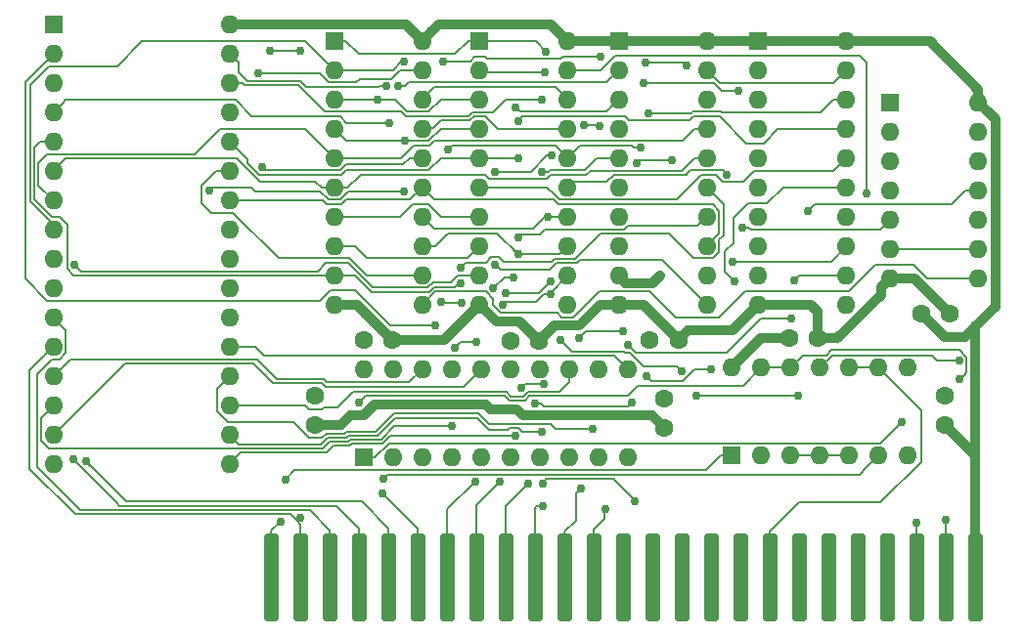
<source format=gbr>
G04 #@! TF.GenerationSoftware,KiCad,Pcbnew,(5.0.1-3-g963ef8bb5)*
G04 #@! TF.CreationDate,2019-04-25T11:14:13-04:00*
G04 #@! TF.ProjectId,ProDOS ROM-Drive 2.5,50726F444F5320524F4D2D4472697665,2.5*
G04 #@! TF.SameCoordinates,Original*
G04 #@! TF.FileFunction,Copper,L1,Top,Mixed*
G04 #@! TF.FilePolarity,Positive*
%FSLAX46Y46*%
G04 Gerber Fmt 4.6, Leading zero omitted, Abs format (unit mm)*
G04 Created by KiCad (PCBNEW (5.0.1-3-g963ef8bb5)) date Thursday, April 25, 2019 at 11:14:13 am*
%MOMM*%
%LPD*%
G01*
G04 APERTURE LIST*
G04 #@! TA.AperFunction,ComponentPad*
%ADD10O,1.600000X1.600000*%
G04 #@! TD*
G04 #@! TA.AperFunction,ComponentPad*
%ADD11R,1.600000X1.600000*%
G04 #@! TD*
G04 #@! TA.AperFunction,Conductor*
%ADD12C,0.100000*%
G04 #@! TD*
G04 #@! TA.AperFunction,ConnectorPad*
%ADD13C,1.270000*%
G04 #@! TD*
G04 #@! TA.AperFunction,ComponentPad*
%ADD14C,1.600000*%
G04 #@! TD*
G04 #@! TA.AperFunction,ViaPad*
%ADD15C,0.762000*%
G04 #@! TD*
G04 #@! TA.AperFunction,Conductor*
%ADD16C,0.812800*%
G04 #@! TD*
G04 #@! TA.AperFunction,Conductor*
%ADD17C,0.177800*%
G04 #@! TD*
G04 APERTURE END LIST*
D10*
G04 #@! TO.P,EPROM1,32*
G04 #@! TO.N,+5V*
X52113180Y-25057100D03*
G04 #@! TO.P,EPROM1,16*
G04 #@! TO.N,GND*
X36873180Y-63157100D03*
G04 #@! TO.P,EPROM1,31*
G04 #@! TO.N,Net-(EPROM1-Pad31)*
X52113180Y-27597100D03*
G04 #@! TO.P,EPROM1,15*
G04 #@! TO.N,Net-(DataBuffer1-Pad16)*
X36873180Y-60617100D03*
G04 #@! TO.P,EPROM1,30*
G04 #@! TO.N,Net-(EPROM1-Pad30)*
X52113180Y-30137100D03*
G04 #@! TO.P,EPROM1,14*
G04 #@! TO.N,Net-(DataBuffer1-Pad17)*
X36873180Y-58077100D03*
G04 #@! TO.P,EPROM1,29*
G04 #@! TO.N,Net-(EPROM1-Pad29)*
X52113180Y-32677100D03*
G04 #@! TO.P,EPROM1,13*
G04 #@! TO.N,Net-(DataBuffer1-Pad18)*
X36873180Y-55537100D03*
G04 #@! TO.P,EPROM1,28*
G04 #@! TO.N,Net-(EPROM1-Pad28)*
X52113180Y-35217100D03*
G04 #@! TO.P,EPROM1,12*
G04 #@! TO.N,Net-(EPROM1-Pad12)*
X36873180Y-52997100D03*
G04 #@! TO.P,EPROM1,27*
G04 #@! TO.N,Net-(EPROM1-Pad27)*
X52113180Y-37757100D03*
G04 #@! TO.P,EPROM1,11*
G04 #@! TO.N,Net-(EPROM1-Pad11)*
X36873180Y-50457100D03*
G04 #@! TO.P,EPROM1,26*
G04 #@! TO.N,Net-(EPROM1-Pad26)*
X52113180Y-40297100D03*
G04 #@! TO.P,EPROM1,10*
G04 #@! TO.N,Net-(EPROM1-Pad10)*
X36873180Y-47917100D03*
G04 #@! TO.P,EPROM1,25*
G04 #@! TO.N,Net-(EPROM1-Pad25)*
X52113180Y-42837100D03*
G04 #@! TO.P,EPROM1,9*
G04 #@! TO.N,Net-(EPROM1-Pad9)*
X36873180Y-45377100D03*
G04 #@! TO.P,EPROM1,24*
G04 #@! TO.N,Net-(EPROM1-Pad22)*
X52113180Y-45377100D03*
G04 #@! TO.P,EPROM1,8*
G04 #@! TO.N,Net-(EPROM1-Pad8)*
X36873180Y-42837100D03*
G04 #@! TO.P,EPROM1,23*
G04 #@! TO.N,Net-(EPROM1-Pad23)*
X52113180Y-47917100D03*
G04 #@! TO.P,EPROM1,7*
G04 #@! TO.N,Net-(EPROM1-Pad7)*
X36873180Y-40297100D03*
G04 #@! TO.P,EPROM1,22*
G04 #@! TO.N,Net-(EPROM1-Pad22)*
X52113180Y-50457100D03*
G04 #@! TO.P,EPROM1,6*
G04 #@! TO.N,Net-(EPROM1-Pad6)*
X36873180Y-37757100D03*
G04 #@! TO.P,EPROM1,21*
G04 #@! TO.N,Net-(DataBuffer1-Pad11)*
X52113180Y-52997100D03*
G04 #@! TO.P,EPROM1,5*
G04 #@! TO.N,Net-(EPROM1-Pad5)*
X36873180Y-35217100D03*
G04 #@! TO.P,EPROM1,20*
G04 #@! TO.N,Net-(DataBuffer1-Pad12)*
X52113180Y-55537100D03*
G04 #@! TO.P,EPROM1,4*
G04 #@! TO.N,Net-(EPROM1-Pad4)*
X36873180Y-32677100D03*
G04 #@! TO.P,EPROM1,19*
G04 #@! TO.N,Net-(DataBuffer1-Pad13)*
X52113180Y-58077100D03*
G04 #@! TO.P,EPROM1,3*
G04 #@! TO.N,Net-(EPROM1-Pad3)*
X36873180Y-30137100D03*
G04 #@! TO.P,EPROM1,18*
G04 #@! TO.N,Net-(DataBuffer1-Pad14)*
X52113180Y-60617100D03*
G04 #@! TO.P,EPROM1,2*
G04 #@! TO.N,Net-(EPROM1-Pad2)*
X36873180Y-27597100D03*
G04 #@! TO.P,EPROM1,17*
G04 #@! TO.N,Net-(DataBuffer1-Pad15)*
X52113180Y-63157100D03*
D11*
G04 #@! TO.P,EPROM1,1*
G04 #@! TO.N,Net-(EPROM1-Pad1)*
X36873180Y-25057100D03*
G04 #@! TD*
D12*
G04 #@! TO.N,Net-(HiAddrBuffer1-Pad19)*
G04 #@! TO.C,J1*
G36*
X56091460Y-69158109D02*
X56122281Y-69162681D01*
X56152505Y-69170251D01*
X56181842Y-69180748D01*
X56210008Y-69194070D01*
X56236734Y-69210088D01*
X56261760Y-69228649D01*
X56284846Y-69249574D01*
X56305771Y-69272660D01*
X56324332Y-69297686D01*
X56340350Y-69324412D01*
X56353672Y-69352578D01*
X56364169Y-69381915D01*
X56371739Y-69412139D01*
X56376311Y-69442960D01*
X56377840Y-69474080D01*
X56377840Y-76459080D01*
X56376311Y-76490200D01*
X56371739Y-76521021D01*
X56364169Y-76551245D01*
X56353672Y-76580582D01*
X56340350Y-76608748D01*
X56324332Y-76635474D01*
X56305771Y-76660500D01*
X56284846Y-76683586D01*
X56261760Y-76704511D01*
X56236734Y-76723072D01*
X56210008Y-76739090D01*
X56181842Y-76752412D01*
X56152505Y-76762909D01*
X56122281Y-76770479D01*
X56091460Y-76775051D01*
X56060340Y-76776580D01*
X55425340Y-76776580D01*
X55394220Y-76775051D01*
X55363399Y-76770479D01*
X55333175Y-76762909D01*
X55303838Y-76752412D01*
X55275672Y-76739090D01*
X55248946Y-76723072D01*
X55223920Y-76704511D01*
X55200834Y-76683586D01*
X55179909Y-76660500D01*
X55161348Y-76635474D01*
X55145330Y-76608748D01*
X55132008Y-76580582D01*
X55121511Y-76551245D01*
X55113941Y-76521021D01*
X55109369Y-76490200D01*
X55107840Y-76459080D01*
X55107840Y-69474080D01*
X55109369Y-69442960D01*
X55113941Y-69412139D01*
X55121511Y-69381915D01*
X55132008Y-69352578D01*
X55145330Y-69324412D01*
X55161348Y-69297686D01*
X55179909Y-69272660D01*
X55200834Y-69249574D01*
X55223920Y-69228649D01*
X55248946Y-69210088D01*
X55275672Y-69194070D01*
X55303838Y-69180748D01*
X55333175Y-69170251D01*
X55363399Y-69162681D01*
X55394220Y-69158109D01*
X55425340Y-69156580D01*
X56060340Y-69156580D01*
X56091460Y-69158109D01*
X56091460Y-69158109D01*
G37*
D13*
G04 #@! TD*
G04 #@! TO.P,J1,1*
G04 #@! TO.N,Net-(HiAddrBuffer1-Pad19)*
X55742840Y-72966580D03*
D12*
G04 #@! TO.N,Net-(EPROM1-Pad12)*
G04 #@! TO.C,J1*
G36*
X58631460Y-69158109D02*
X58662281Y-69162681D01*
X58692505Y-69170251D01*
X58721842Y-69180748D01*
X58750008Y-69194070D01*
X58776734Y-69210088D01*
X58801760Y-69228649D01*
X58824846Y-69249574D01*
X58845771Y-69272660D01*
X58864332Y-69297686D01*
X58880350Y-69324412D01*
X58893672Y-69352578D01*
X58904169Y-69381915D01*
X58911739Y-69412139D01*
X58916311Y-69442960D01*
X58917840Y-69474080D01*
X58917840Y-76459080D01*
X58916311Y-76490200D01*
X58911739Y-76521021D01*
X58904169Y-76551245D01*
X58893672Y-76580582D01*
X58880350Y-76608748D01*
X58864332Y-76635474D01*
X58845771Y-76660500D01*
X58824846Y-76683586D01*
X58801760Y-76704511D01*
X58776734Y-76723072D01*
X58750008Y-76739090D01*
X58721842Y-76752412D01*
X58692505Y-76762909D01*
X58662281Y-76770479D01*
X58631460Y-76775051D01*
X58600340Y-76776580D01*
X57965340Y-76776580D01*
X57934220Y-76775051D01*
X57903399Y-76770479D01*
X57873175Y-76762909D01*
X57843838Y-76752412D01*
X57815672Y-76739090D01*
X57788946Y-76723072D01*
X57763920Y-76704511D01*
X57740834Y-76683586D01*
X57719909Y-76660500D01*
X57701348Y-76635474D01*
X57685330Y-76608748D01*
X57672008Y-76580582D01*
X57661511Y-76551245D01*
X57653941Y-76521021D01*
X57649369Y-76490200D01*
X57647840Y-76459080D01*
X57647840Y-69474080D01*
X57649369Y-69442960D01*
X57653941Y-69412139D01*
X57661511Y-69381915D01*
X57672008Y-69352578D01*
X57685330Y-69324412D01*
X57701348Y-69297686D01*
X57719909Y-69272660D01*
X57740834Y-69249574D01*
X57763920Y-69228649D01*
X57788946Y-69210088D01*
X57815672Y-69194070D01*
X57843838Y-69180748D01*
X57873175Y-69170251D01*
X57903399Y-69162681D01*
X57934220Y-69158109D01*
X57965340Y-69156580D01*
X58600340Y-69156580D01*
X58631460Y-69158109D01*
X58631460Y-69158109D01*
G37*
D13*
G04 #@! TD*
G04 #@! TO.P,J1,2*
G04 #@! TO.N,Net-(EPROM1-Pad12)*
X58282840Y-72966580D03*
D12*
G04 #@! TO.N,Net-(EPROM1-Pad11)*
G04 #@! TO.C,J1*
G36*
X61171460Y-69158109D02*
X61202281Y-69162681D01*
X61232505Y-69170251D01*
X61261842Y-69180748D01*
X61290008Y-69194070D01*
X61316734Y-69210088D01*
X61341760Y-69228649D01*
X61364846Y-69249574D01*
X61385771Y-69272660D01*
X61404332Y-69297686D01*
X61420350Y-69324412D01*
X61433672Y-69352578D01*
X61444169Y-69381915D01*
X61451739Y-69412139D01*
X61456311Y-69442960D01*
X61457840Y-69474080D01*
X61457840Y-76459080D01*
X61456311Y-76490200D01*
X61451739Y-76521021D01*
X61444169Y-76551245D01*
X61433672Y-76580582D01*
X61420350Y-76608748D01*
X61404332Y-76635474D01*
X61385771Y-76660500D01*
X61364846Y-76683586D01*
X61341760Y-76704511D01*
X61316734Y-76723072D01*
X61290008Y-76739090D01*
X61261842Y-76752412D01*
X61232505Y-76762909D01*
X61202281Y-76770479D01*
X61171460Y-76775051D01*
X61140340Y-76776580D01*
X60505340Y-76776580D01*
X60474220Y-76775051D01*
X60443399Y-76770479D01*
X60413175Y-76762909D01*
X60383838Y-76752412D01*
X60355672Y-76739090D01*
X60328946Y-76723072D01*
X60303920Y-76704511D01*
X60280834Y-76683586D01*
X60259909Y-76660500D01*
X60241348Y-76635474D01*
X60225330Y-76608748D01*
X60212008Y-76580582D01*
X60201511Y-76551245D01*
X60193941Y-76521021D01*
X60189369Y-76490200D01*
X60187840Y-76459080D01*
X60187840Y-69474080D01*
X60189369Y-69442960D01*
X60193941Y-69412139D01*
X60201511Y-69381915D01*
X60212008Y-69352578D01*
X60225330Y-69324412D01*
X60241348Y-69297686D01*
X60259909Y-69272660D01*
X60280834Y-69249574D01*
X60303920Y-69228649D01*
X60328946Y-69210088D01*
X60355672Y-69194070D01*
X60383838Y-69180748D01*
X60413175Y-69170251D01*
X60443399Y-69162681D01*
X60474220Y-69158109D01*
X60505340Y-69156580D01*
X61140340Y-69156580D01*
X61171460Y-69158109D01*
X61171460Y-69158109D01*
G37*
D13*
G04 #@! TD*
G04 #@! TO.P,J1,3*
G04 #@! TO.N,Net-(EPROM1-Pad11)*
X60822840Y-72966580D03*
D12*
G04 #@! TO.N,Net-(EPROM1-Pad10)*
G04 #@! TO.C,J1*
G36*
X63711460Y-69158109D02*
X63742281Y-69162681D01*
X63772505Y-69170251D01*
X63801842Y-69180748D01*
X63830008Y-69194070D01*
X63856734Y-69210088D01*
X63881760Y-69228649D01*
X63904846Y-69249574D01*
X63925771Y-69272660D01*
X63944332Y-69297686D01*
X63960350Y-69324412D01*
X63973672Y-69352578D01*
X63984169Y-69381915D01*
X63991739Y-69412139D01*
X63996311Y-69442960D01*
X63997840Y-69474080D01*
X63997840Y-76459080D01*
X63996311Y-76490200D01*
X63991739Y-76521021D01*
X63984169Y-76551245D01*
X63973672Y-76580582D01*
X63960350Y-76608748D01*
X63944332Y-76635474D01*
X63925771Y-76660500D01*
X63904846Y-76683586D01*
X63881760Y-76704511D01*
X63856734Y-76723072D01*
X63830008Y-76739090D01*
X63801842Y-76752412D01*
X63772505Y-76762909D01*
X63742281Y-76770479D01*
X63711460Y-76775051D01*
X63680340Y-76776580D01*
X63045340Y-76776580D01*
X63014220Y-76775051D01*
X62983399Y-76770479D01*
X62953175Y-76762909D01*
X62923838Y-76752412D01*
X62895672Y-76739090D01*
X62868946Y-76723072D01*
X62843920Y-76704511D01*
X62820834Y-76683586D01*
X62799909Y-76660500D01*
X62781348Y-76635474D01*
X62765330Y-76608748D01*
X62752008Y-76580582D01*
X62741511Y-76551245D01*
X62733941Y-76521021D01*
X62729369Y-76490200D01*
X62727840Y-76459080D01*
X62727840Y-69474080D01*
X62729369Y-69442960D01*
X62733941Y-69412139D01*
X62741511Y-69381915D01*
X62752008Y-69352578D01*
X62765330Y-69324412D01*
X62781348Y-69297686D01*
X62799909Y-69272660D01*
X62820834Y-69249574D01*
X62843920Y-69228649D01*
X62868946Y-69210088D01*
X62895672Y-69194070D01*
X62923838Y-69180748D01*
X62953175Y-69170251D01*
X62983399Y-69162681D01*
X63014220Y-69158109D01*
X63045340Y-69156580D01*
X63680340Y-69156580D01*
X63711460Y-69158109D01*
X63711460Y-69158109D01*
G37*
D13*
G04 #@! TD*
G04 #@! TO.P,J1,4*
G04 #@! TO.N,Net-(EPROM1-Pad10)*
X63362840Y-72966580D03*
D12*
G04 #@! TO.N,Net-(EPROM1-Pad9)*
G04 #@! TO.C,J1*
G36*
X66251460Y-69158109D02*
X66282281Y-69162681D01*
X66312505Y-69170251D01*
X66341842Y-69180748D01*
X66370008Y-69194070D01*
X66396734Y-69210088D01*
X66421760Y-69228649D01*
X66444846Y-69249574D01*
X66465771Y-69272660D01*
X66484332Y-69297686D01*
X66500350Y-69324412D01*
X66513672Y-69352578D01*
X66524169Y-69381915D01*
X66531739Y-69412139D01*
X66536311Y-69442960D01*
X66537840Y-69474080D01*
X66537840Y-76459080D01*
X66536311Y-76490200D01*
X66531739Y-76521021D01*
X66524169Y-76551245D01*
X66513672Y-76580582D01*
X66500350Y-76608748D01*
X66484332Y-76635474D01*
X66465771Y-76660500D01*
X66444846Y-76683586D01*
X66421760Y-76704511D01*
X66396734Y-76723072D01*
X66370008Y-76739090D01*
X66341842Y-76752412D01*
X66312505Y-76762909D01*
X66282281Y-76770479D01*
X66251460Y-76775051D01*
X66220340Y-76776580D01*
X65585340Y-76776580D01*
X65554220Y-76775051D01*
X65523399Y-76770479D01*
X65493175Y-76762909D01*
X65463838Y-76752412D01*
X65435672Y-76739090D01*
X65408946Y-76723072D01*
X65383920Y-76704511D01*
X65360834Y-76683586D01*
X65339909Y-76660500D01*
X65321348Y-76635474D01*
X65305330Y-76608748D01*
X65292008Y-76580582D01*
X65281511Y-76551245D01*
X65273941Y-76521021D01*
X65269369Y-76490200D01*
X65267840Y-76459080D01*
X65267840Y-69474080D01*
X65269369Y-69442960D01*
X65273941Y-69412139D01*
X65281511Y-69381915D01*
X65292008Y-69352578D01*
X65305330Y-69324412D01*
X65321348Y-69297686D01*
X65339909Y-69272660D01*
X65360834Y-69249574D01*
X65383920Y-69228649D01*
X65408946Y-69210088D01*
X65435672Y-69194070D01*
X65463838Y-69180748D01*
X65493175Y-69170251D01*
X65523399Y-69162681D01*
X65554220Y-69158109D01*
X65585340Y-69156580D01*
X66220340Y-69156580D01*
X66251460Y-69158109D01*
X66251460Y-69158109D01*
G37*
D13*
G04 #@! TD*
G04 #@! TO.P,J1,5*
G04 #@! TO.N,Net-(EPROM1-Pad9)*
X65902840Y-72966580D03*
D12*
G04 #@! TO.N,Net-(J1-Pad6)*
G04 #@! TO.C,J1*
G36*
X68791460Y-69158109D02*
X68822281Y-69162681D01*
X68852505Y-69170251D01*
X68881842Y-69180748D01*
X68910008Y-69194070D01*
X68936734Y-69210088D01*
X68961760Y-69228649D01*
X68984846Y-69249574D01*
X69005771Y-69272660D01*
X69024332Y-69297686D01*
X69040350Y-69324412D01*
X69053672Y-69352578D01*
X69064169Y-69381915D01*
X69071739Y-69412139D01*
X69076311Y-69442960D01*
X69077840Y-69474080D01*
X69077840Y-76459080D01*
X69076311Y-76490200D01*
X69071739Y-76521021D01*
X69064169Y-76551245D01*
X69053672Y-76580582D01*
X69040350Y-76608748D01*
X69024332Y-76635474D01*
X69005771Y-76660500D01*
X68984846Y-76683586D01*
X68961760Y-76704511D01*
X68936734Y-76723072D01*
X68910008Y-76739090D01*
X68881842Y-76752412D01*
X68852505Y-76762909D01*
X68822281Y-76770479D01*
X68791460Y-76775051D01*
X68760340Y-76776580D01*
X68125340Y-76776580D01*
X68094220Y-76775051D01*
X68063399Y-76770479D01*
X68033175Y-76762909D01*
X68003838Y-76752412D01*
X67975672Y-76739090D01*
X67948946Y-76723072D01*
X67923920Y-76704511D01*
X67900834Y-76683586D01*
X67879909Y-76660500D01*
X67861348Y-76635474D01*
X67845330Y-76608748D01*
X67832008Y-76580582D01*
X67821511Y-76551245D01*
X67813941Y-76521021D01*
X67809369Y-76490200D01*
X67807840Y-76459080D01*
X67807840Y-69474080D01*
X67809369Y-69442960D01*
X67813941Y-69412139D01*
X67821511Y-69381915D01*
X67832008Y-69352578D01*
X67845330Y-69324412D01*
X67861348Y-69297686D01*
X67879909Y-69272660D01*
X67900834Y-69249574D01*
X67923920Y-69228649D01*
X67948946Y-69210088D01*
X67975672Y-69194070D01*
X68003838Y-69180748D01*
X68033175Y-69170251D01*
X68063399Y-69162681D01*
X68094220Y-69158109D01*
X68125340Y-69156580D01*
X68760340Y-69156580D01*
X68791460Y-69158109D01*
X68791460Y-69158109D01*
G37*
D13*
G04 #@! TD*
G04 #@! TO.P,J1,6*
G04 #@! TO.N,Net-(J1-Pad6)*
X68442840Y-72966580D03*
D12*
G04 #@! TO.N,Net-(J1-Pad7)*
G04 #@! TO.C,J1*
G36*
X71331460Y-69158109D02*
X71362281Y-69162681D01*
X71392505Y-69170251D01*
X71421842Y-69180748D01*
X71450008Y-69194070D01*
X71476734Y-69210088D01*
X71501760Y-69228649D01*
X71524846Y-69249574D01*
X71545771Y-69272660D01*
X71564332Y-69297686D01*
X71580350Y-69324412D01*
X71593672Y-69352578D01*
X71604169Y-69381915D01*
X71611739Y-69412139D01*
X71616311Y-69442960D01*
X71617840Y-69474080D01*
X71617840Y-76459080D01*
X71616311Y-76490200D01*
X71611739Y-76521021D01*
X71604169Y-76551245D01*
X71593672Y-76580582D01*
X71580350Y-76608748D01*
X71564332Y-76635474D01*
X71545771Y-76660500D01*
X71524846Y-76683586D01*
X71501760Y-76704511D01*
X71476734Y-76723072D01*
X71450008Y-76739090D01*
X71421842Y-76752412D01*
X71392505Y-76762909D01*
X71362281Y-76770479D01*
X71331460Y-76775051D01*
X71300340Y-76776580D01*
X70665340Y-76776580D01*
X70634220Y-76775051D01*
X70603399Y-76770479D01*
X70573175Y-76762909D01*
X70543838Y-76752412D01*
X70515672Y-76739090D01*
X70488946Y-76723072D01*
X70463920Y-76704511D01*
X70440834Y-76683586D01*
X70419909Y-76660500D01*
X70401348Y-76635474D01*
X70385330Y-76608748D01*
X70372008Y-76580582D01*
X70361511Y-76551245D01*
X70353941Y-76521021D01*
X70349369Y-76490200D01*
X70347840Y-76459080D01*
X70347840Y-69474080D01*
X70349369Y-69442960D01*
X70353941Y-69412139D01*
X70361511Y-69381915D01*
X70372008Y-69352578D01*
X70385330Y-69324412D01*
X70401348Y-69297686D01*
X70419909Y-69272660D01*
X70440834Y-69249574D01*
X70463920Y-69228649D01*
X70488946Y-69210088D01*
X70515672Y-69194070D01*
X70543838Y-69180748D01*
X70573175Y-69170251D01*
X70603399Y-69162681D01*
X70634220Y-69158109D01*
X70665340Y-69156580D01*
X71300340Y-69156580D01*
X71331460Y-69158109D01*
X71331460Y-69158109D01*
G37*
D13*
G04 #@! TD*
G04 #@! TO.P,J1,7*
G04 #@! TO.N,Net-(J1-Pad7)*
X70982840Y-72966580D03*
D12*
G04 #@! TO.N,Net-(J1-Pad8)*
G04 #@! TO.C,J1*
G36*
X73871460Y-69158109D02*
X73902281Y-69162681D01*
X73932505Y-69170251D01*
X73961842Y-69180748D01*
X73990008Y-69194070D01*
X74016734Y-69210088D01*
X74041760Y-69228649D01*
X74064846Y-69249574D01*
X74085771Y-69272660D01*
X74104332Y-69297686D01*
X74120350Y-69324412D01*
X74133672Y-69352578D01*
X74144169Y-69381915D01*
X74151739Y-69412139D01*
X74156311Y-69442960D01*
X74157840Y-69474080D01*
X74157840Y-76459080D01*
X74156311Y-76490200D01*
X74151739Y-76521021D01*
X74144169Y-76551245D01*
X74133672Y-76580582D01*
X74120350Y-76608748D01*
X74104332Y-76635474D01*
X74085771Y-76660500D01*
X74064846Y-76683586D01*
X74041760Y-76704511D01*
X74016734Y-76723072D01*
X73990008Y-76739090D01*
X73961842Y-76752412D01*
X73932505Y-76762909D01*
X73902281Y-76770479D01*
X73871460Y-76775051D01*
X73840340Y-76776580D01*
X73205340Y-76776580D01*
X73174220Y-76775051D01*
X73143399Y-76770479D01*
X73113175Y-76762909D01*
X73083838Y-76752412D01*
X73055672Y-76739090D01*
X73028946Y-76723072D01*
X73003920Y-76704511D01*
X72980834Y-76683586D01*
X72959909Y-76660500D01*
X72941348Y-76635474D01*
X72925330Y-76608748D01*
X72912008Y-76580582D01*
X72901511Y-76551245D01*
X72893941Y-76521021D01*
X72889369Y-76490200D01*
X72887840Y-76459080D01*
X72887840Y-69474080D01*
X72889369Y-69442960D01*
X72893941Y-69412139D01*
X72901511Y-69381915D01*
X72912008Y-69352578D01*
X72925330Y-69324412D01*
X72941348Y-69297686D01*
X72959909Y-69272660D01*
X72980834Y-69249574D01*
X73003920Y-69228649D01*
X73028946Y-69210088D01*
X73055672Y-69194070D01*
X73083838Y-69180748D01*
X73113175Y-69170251D01*
X73143399Y-69162681D01*
X73174220Y-69158109D01*
X73205340Y-69156580D01*
X73840340Y-69156580D01*
X73871460Y-69158109D01*
X73871460Y-69158109D01*
G37*
D13*
G04 #@! TD*
G04 #@! TO.P,J1,8*
G04 #@! TO.N,Net-(J1-Pad8)*
X73522840Y-72966580D03*
D12*
G04 #@! TO.N,Net-(J1-Pad9)*
G04 #@! TO.C,J1*
G36*
X76411460Y-69158109D02*
X76442281Y-69162681D01*
X76472505Y-69170251D01*
X76501842Y-69180748D01*
X76530008Y-69194070D01*
X76556734Y-69210088D01*
X76581760Y-69228649D01*
X76604846Y-69249574D01*
X76625771Y-69272660D01*
X76644332Y-69297686D01*
X76660350Y-69324412D01*
X76673672Y-69352578D01*
X76684169Y-69381915D01*
X76691739Y-69412139D01*
X76696311Y-69442960D01*
X76697840Y-69474080D01*
X76697840Y-76459080D01*
X76696311Y-76490200D01*
X76691739Y-76521021D01*
X76684169Y-76551245D01*
X76673672Y-76580582D01*
X76660350Y-76608748D01*
X76644332Y-76635474D01*
X76625771Y-76660500D01*
X76604846Y-76683586D01*
X76581760Y-76704511D01*
X76556734Y-76723072D01*
X76530008Y-76739090D01*
X76501842Y-76752412D01*
X76472505Y-76762909D01*
X76442281Y-76770479D01*
X76411460Y-76775051D01*
X76380340Y-76776580D01*
X75745340Y-76776580D01*
X75714220Y-76775051D01*
X75683399Y-76770479D01*
X75653175Y-76762909D01*
X75623838Y-76752412D01*
X75595672Y-76739090D01*
X75568946Y-76723072D01*
X75543920Y-76704511D01*
X75520834Y-76683586D01*
X75499909Y-76660500D01*
X75481348Y-76635474D01*
X75465330Y-76608748D01*
X75452008Y-76580582D01*
X75441511Y-76551245D01*
X75433941Y-76521021D01*
X75429369Y-76490200D01*
X75427840Y-76459080D01*
X75427840Y-69474080D01*
X75429369Y-69442960D01*
X75433941Y-69412139D01*
X75441511Y-69381915D01*
X75452008Y-69352578D01*
X75465330Y-69324412D01*
X75481348Y-69297686D01*
X75499909Y-69272660D01*
X75520834Y-69249574D01*
X75543920Y-69228649D01*
X75568946Y-69210088D01*
X75595672Y-69194070D01*
X75623838Y-69180748D01*
X75653175Y-69170251D01*
X75683399Y-69162681D01*
X75714220Y-69158109D01*
X75745340Y-69156580D01*
X76380340Y-69156580D01*
X76411460Y-69158109D01*
X76411460Y-69158109D01*
G37*
D13*
G04 #@! TD*
G04 #@! TO.P,J1,9*
G04 #@! TO.N,Net-(J1-Pad9)*
X76062840Y-72966580D03*
D12*
G04 #@! TO.N,Net-(J1-Pad10)*
G04 #@! TO.C,J1*
G36*
X78951460Y-69158109D02*
X78982281Y-69162681D01*
X79012505Y-69170251D01*
X79041842Y-69180748D01*
X79070008Y-69194070D01*
X79096734Y-69210088D01*
X79121760Y-69228649D01*
X79144846Y-69249574D01*
X79165771Y-69272660D01*
X79184332Y-69297686D01*
X79200350Y-69324412D01*
X79213672Y-69352578D01*
X79224169Y-69381915D01*
X79231739Y-69412139D01*
X79236311Y-69442960D01*
X79237840Y-69474080D01*
X79237840Y-76459080D01*
X79236311Y-76490200D01*
X79231739Y-76521021D01*
X79224169Y-76551245D01*
X79213672Y-76580582D01*
X79200350Y-76608748D01*
X79184332Y-76635474D01*
X79165771Y-76660500D01*
X79144846Y-76683586D01*
X79121760Y-76704511D01*
X79096734Y-76723072D01*
X79070008Y-76739090D01*
X79041842Y-76752412D01*
X79012505Y-76762909D01*
X78982281Y-76770479D01*
X78951460Y-76775051D01*
X78920340Y-76776580D01*
X78285340Y-76776580D01*
X78254220Y-76775051D01*
X78223399Y-76770479D01*
X78193175Y-76762909D01*
X78163838Y-76752412D01*
X78135672Y-76739090D01*
X78108946Y-76723072D01*
X78083920Y-76704511D01*
X78060834Y-76683586D01*
X78039909Y-76660500D01*
X78021348Y-76635474D01*
X78005330Y-76608748D01*
X77992008Y-76580582D01*
X77981511Y-76551245D01*
X77973941Y-76521021D01*
X77969369Y-76490200D01*
X77967840Y-76459080D01*
X77967840Y-69474080D01*
X77969369Y-69442960D01*
X77973941Y-69412139D01*
X77981511Y-69381915D01*
X77992008Y-69352578D01*
X78005330Y-69324412D01*
X78021348Y-69297686D01*
X78039909Y-69272660D01*
X78060834Y-69249574D01*
X78083920Y-69228649D01*
X78108946Y-69210088D01*
X78135672Y-69194070D01*
X78163838Y-69180748D01*
X78193175Y-69170251D01*
X78223399Y-69162681D01*
X78254220Y-69158109D01*
X78285340Y-69156580D01*
X78920340Y-69156580D01*
X78951460Y-69158109D01*
X78951460Y-69158109D01*
G37*
D13*
G04 #@! TD*
G04 #@! TO.P,J1,10*
G04 #@! TO.N,Net-(J1-Pad10)*
X78602840Y-72966580D03*
D12*
G04 #@! TO.N,Net-(J1-Pad11)*
G04 #@! TO.C,J1*
G36*
X81491460Y-69158109D02*
X81522281Y-69162681D01*
X81552505Y-69170251D01*
X81581842Y-69180748D01*
X81610008Y-69194070D01*
X81636734Y-69210088D01*
X81661760Y-69228649D01*
X81684846Y-69249574D01*
X81705771Y-69272660D01*
X81724332Y-69297686D01*
X81740350Y-69324412D01*
X81753672Y-69352578D01*
X81764169Y-69381915D01*
X81771739Y-69412139D01*
X81776311Y-69442960D01*
X81777840Y-69474080D01*
X81777840Y-76459080D01*
X81776311Y-76490200D01*
X81771739Y-76521021D01*
X81764169Y-76551245D01*
X81753672Y-76580582D01*
X81740350Y-76608748D01*
X81724332Y-76635474D01*
X81705771Y-76660500D01*
X81684846Y-76683586D01*
X81661760Y-76704511D01*
X81636734Y-76723072D01*
X81610008Y-76739090D01*
X81581842Y-76752412D01*
X81552505Y-76762909D01*
X81522281Y-76770479D01*
X81491460Y-76775051D01*
X81460340Y-76776580D01*
X80825340Y-76776580D01*
X80794220Y-76775051D01*
X80763399Y-76770479D01*
X80733175Y-76762909D01*
X80703838Y-76752412D01*
X80675672Y-76739090D01*
X80648946Y-76723072D01*
X80623920Y-76704511D01*
X80600834Y-76683586D01*
X80579909Y-76660500D01*
X80561348Y-76635474D01*
X80545330Y-76608748D01*
X80532008Y-76580582D01*
X80521511Y-76551245D01*
X80513941Y-76521021D01*
X80509369Y-76490200D01*
X80507840Y-76459080D01*
X80507840Y-69474080D01*
X80509369Y-69442960D01*
X80513941Y-69412139D01*
X80521511Y-69381915D01*
X80532008Y-69352578D01*
X80545330Y-69324412D01*
X80561348Y-69297686D01*
X80579909Y-69272660D01*
X80600834Y-69249574D01*
X80623920Y-69228649D01*
X80648946Y-69210088D01*
X80675672Y-69194070D01*
X80703838Y-69180748D01*
X80733175Y-69170251D01*
X80763399Y-69162681D01*
X80794220Y-69158109D01*
X80825340Y-69156580D01*
X81460340Y-69156580D01*
X81491460Y-69158109D01*
X81491460Y-69158109D01*
G37*
D13*
G04 #@! TD*
G04 #@! TO.P,J1,11*
G04 #@! TO.N,Net-(J1-Pad11)*
X81142840Y-72966580D03*
D12*
G04 #@! TO.N,Net-(J1-Pad12)*
G04 #@! TO.C,J1*
G36*
X84031460Y-69158109D02*
X84062281Y-69162681D01*
X84092505Y-69170251D01*
X84121842Y-69180748D01*
X84150008Y-69194070D01*
X84176734Y-69210088D01*
X84201760Y-69228649D01*
X84224846Y-69249574D01*
X84245771Y-69272660D01*
X84264332Y-69297686D01*
X84280350Y-69324412D01*
X84293672Y-69352578D01*
X84304169Y-69381915D01*
X84311739Y-69412139D01*
X84316311Y-69442960D01*
X84317840Y-69474080D01*
X84317840Y-76459080D01*
X84316311Y-76490200D01*
X84311739Y-76521021D01*
X84304169Y-76551245D01*
X84293672Y-76580582D01*
X84280350Y-76608748D01*
X84264332Y-76635474D01*
X84245771Y-76660500D01*
X84224846Y-76683586D01*
X84201760Y-76704511D01*
X84176734Y-76723072D01*
X84150008Y-76739090D01*
X84121842Y-76752412D01*
X84092505Y-76762909D01*
X84062281Y-76770479D01*
X84031460Y-76775051D01*
X84000340Y-76776580D01*
X83365340Y-76776580D01*
X83334220Y-76775051D01*
X83303399Y-76770479D01*
X83273175Y-76762909D01*
X83243838Y-76752412D01*
X83215672Y-76739090D01*
X83188946Y-76723072D01*
X83163920Y-76704511D01*
X83140834Y-76683586D01*
X83119909Y-76660500D01*
X83101348Y-76635474D01*
X83085330Y-76608748D01*
X83072008Y-76580582D01*
X83061511Y-76551245D01*
X83053941Y-76521021D01*
X83049369Y-76490200D01*
X83047840Y-76459080D01*
X83047840Y-69474080D01*
X83049369Y-69442960D01*
X83053941Y-69412139D01*
X83061511Y-69381915D01*
X83072008Y-69352578D01*
X83085330Y-69324412D01*
X83101348Y-69297686D01*
X83119909Y-69272660D01*
X83140834Y-69249574D01*
X83163920Y-69228649D01*
X83188946Y-69210088D01*
X83215672Y-69194070D01*
X83243838Y-69180748D01*
X83273175Y-69170251D01*
X83303399Y-69162681D01*
X83334220Y-69158109D01*
X83365340Y-69156580D01*
X84000340Y-69156580D01*
X84031460Y-69158109D01*
X84031460Y-69158109D01*
G37*
D13*
G04 #@! TD*
G04 #@! TO.P,J1,12*
G04 #@! TO.N,Net-(J1-Pad12)*
X83682840Y-72966580D03*
D12*
G04 #@! TO.N,Net-(J1-Pad13)*
G04 #@! TO.C,J1*
G36*
X86571460Y-69158109D02*
X86602281Y-69162681D01*
X86632505Y-69170251D01*
X86661842Y-69180748D01*
X86690008Y-69194070D01*
X86716734Y-69210088D01*
X86741760Y-69228649D01*
X86764846Y-69249574D01*
X86785771Y-69272660D01*
X86804332Y-69297686D01*
X86820350Y-69324412D01*
X86833672Y-69352578D01*
X86844169Y-69381915D01*
X86851739Y-69412139D01*
X86856311Y-69442960D01*
X86857840Y-69474080D01*
X86857840Y-76459080D01*
X86856311Y-76490200D01*
X86851739Y-76521021D01*
X86844169Y-76551245D01*
X86833672Y-76580582D01*
X86820350Y-76608748D01*
X86804332Y-76635474D01*
X86785771Y-76660500D01*
X86764846Y-76683586D01*
X86741760Y-76704511D01*
X86716734Y-76723072D01*
X86690008Y-76739090D01*
X86661842Y-76752412D01*
X86632505Y-76762909D01*
X86602281Y-76770479D01*
X86571460Y-76775051D01*
X86540340Y-76776580D01*
X85905340Y-76776580D01*
X85874220Y-76775051D01*
X85843399Y-76770479D01*
X85813175Y-76762909D01*
X85783838Y-76752412D01*
X85755672Y-76739090D01*
X85728946Y-76723072D01*
X85703920Y-76704511D01*
X85680834Y-76683586D01*
X85659909Y-76660500D01*
X85641348Y-76635474D01*
X85625330Y-76608748D01*
X85612008Y-76580582D01*
X85601511Y-76551245D01*
X85593941Y-76521021D01*
X85589369Y-76490200D01*
X85587840Y-76459080D01*
X85587840Y-69474080D01*
X85589369Y-69442960D01*
X85593941Y-69412139D01*
X85601511Y-69381915D01*
X85612008Y-69352578D01*
X85625330Y-69324412D01*
X85641348Y-69297686D01*
X85659909Y-69272660D01*
X85680834Y-69249574D01*
X85703920Y-69228649D01*
X85728946Y-69210088D01*
X85755672Y-69194070D01*
X85783838Y-69180748D01*
X85813175Y-69170251D01*
X85843399Y-69162681D01*
X85874220Y-69158109D01*
X85905340Y-69156580D01*
X86540340Y-69156580D01*
X86571460Y-69158109D01*
X86571460Y-69158109D01*
G37*
D13*
G04 #@! TD*
G04 #@! TO.P,J1,13*
G04 #@! TO.N,Net-(J1-Pad13)*
X86222840Y-72966580D03*
D12*
G04 #@! TO.N,Net-(J1-Pad14)*
G04 #@! TO.C,J1*
G36*
X89111460Y-69158109D02*
X89142281Y-69162681D01*
X89172505Y-69170251D01*
X89201842Y-69180748D01*
X89230008Y-69194070D01*
X89256734Y-69210088D01*
X89281760Y-69228649D01*
X89304846Y-69249574D01*
X89325771Y-69272660D01*
X89344332Y-69297686D01*
X89360350Y-69324412D01*
X89373672Y-69352578D01*
X89384169Y-69381915D01*
X89391739Y-69412139D01*
X89396311Y-69442960D01*
X89397840Y-69474080D01*
X89397840Y-76459080D01*
X89396311Y-76490200D01*
X89391739Y-76521021D01*
X89384169Y-76551245D01*
X89373672Y-76580582D01*
X89360350Y-76608748D01*
X89344332Y-76635474D01*
X89325771Y-76660500D01*
X89304846Y-76683586D01*
X89281760Y-76704511D01*
X89256734Y-76723072D01*
X89230008Y-76739090D01*
X89201842Y-76752412D01*
X89172505Y-76762909D01*
X89142281Y-76770479D01*
X89111460Y-76775051D01*
X89080340Y-76776580D01*
X88445340Y-76776580D01*
X88414220Y-76775051D01*
X88383399Y-76770479D01*
X88353175Y-76762909D01*
X88323838Y-76752412D01*
X88295672Y-76739090D01*
X88268946Y-76723072D01*
X88243920Y-76704511D01*
X88220834Y-76683586D01*
X88199909Y-76660500D01*
X88181348Y-76635474D01*
X88165330Y-76608748D01*
X88152008Y-76580582D01*
X88141511Y-76551245D01*
X88133941Y-76521021D01*
X88129369Y-76490200D01*
X88127840Y-76459080D01*
X88127840Y-69474080D01*
X88129369Y-69442960D01*
X88133941Y-69412139D01*
X88141511Y-69381915D01*
X88152008Y-69352578D01*
X88165330Y-69324412D01*
X88181348Y-69297686D01*
X88199909Y-69272660D01*
X88220834Y-69249574D01*
X88243920Y-69228649D01*
X88268946Y-69210088D01*
X88295672Y-69194070D01*
X88323838Y-69180748D01*
X88353175Y-69170251D01*
X88383399Y-69162681D01*
X88414220Y-69158109D01*
X88445340Y-69156580D01*
X89080340Y-69156580D01*
X89111460Y-69158109D01*
X89111460Y-69158109D01*
G37*
D13*
G04 #@! TD*
G04 #@! TO.P,J1,14*
G04 #@! TO.N,Net-(J1-Pad14)*
X88762840Y-72966580D03*
D12*
G04 #@! TO.N,Net-(J1-Pad15)*
G04 #@! TO.C,J1*
G36*
X91651460Y-69158109D02*
X91682281Y-69162681D01*
X91712505Y-69170251D01*
X91741842Y-69180748D01*
X91770008Y-69194070D01*
X91796734Y-69210088D01*
X91821760Y-69228649D01*
X91844846Y-69249574D01*
X91865771Y-69272660D01*
X91884332Y-69297686D01*
X91900350Y-69324412D01*
X91913672Y-69352578D01*
X91924169Y-69381915D01*
X91931739Y-69412139D01*
X91936311Y-69442960D01*
X91937840Y-69474080D01*
X91937840Y-76459080D01*
X91936311Y-76490200D01*
X91931739Y-76521021D01*
X91924169Y-76551245D01*
X91913672Y-76580582D01*
X91900350Y-76608748D01*
X91884332Y-76635474D01*
X91865771Y-76660500D01*
X91844846Y-76683586D01*
X91821760Y-76704511D01*
X91796734Y-76723072D01*
X91770008Y-76739090D01*
X91741842Y-76752412D01*
X91712505Y-76762909D01*
X91682281Y-76770479D01*
X91651460Y-76775051D01*
X91620340Y-76776580D01*
X90985340Y-76776580D01*
X90954220Y-76775051D01*
X90923399Y-76770479D01*
X90893175Y-76762909D01*
X90863838Y-76752412D01*
X90835672Y-76739090D01*
X90808946Y-76723072D01*
X90783920Y-76704511D01*
X90760834Y-76683586D01*
X90739909Y-76660500D01*
X90721348Y-76635474D01*
X90705330Y-76608748D01*
X90692008Y-76580582D01*
X90681511Y-76551245D01*
X90673941Y-76521021D01*
X90669369Y-76490200D01*
X90667840Y-76459080D01*
X90667840Y-69474080D01*
X90669369Y-69442960D01*
X90673941Y-69412139D01*
X90681511Y-69381915D01*
X90692008Y-69352578D01*
X90705330Y-69324412D01*
X90721348Y-69297686D01*
X90739909Y-69272660D01*
X90760834Y-69249574D01*
X90783920Y-69228649D01*
X90808946Y-69210088D01*
X90835672Y-69194070D01*
X90863838Y-69180748D01*
X90893175Y-69170251D01*
X90923399Y-69162681D01*
X90954220Y-69158109D01*
X90985340Y-69156580D01*
X91620340Y-69156580D01*
X91651460Y-69158109D01*
X91651460Y-69158109D01*
G37*
D13*
G04 #@! TD*
G04 #@! TO.P,J1,15*
G04 #@! TO.N,Net-(J1-Pad15)*
X91302840Y-72966580D03*
D12*
G04 #@! TO.N,Net-(J1-Pad16)*
G04 #@! TO.C,J1*
G36*
X94191460Y-69158109D02*
X94222281Y-69162681D01*
X94252505Y-69170251D01*
X94281842Y-69180748D01*
X94310008Y-69194070D01*
X94336734Y-69210088D01*
X94361760Y-69228649D01*
X94384846Y-69249574D01*
X94405771Y-69272660D01*
X94424332Y-69297686D01*
X94440350Y-69324412D01*
X94453672Y-69352578D01*
X94464169Y-69381915D01*
X94471739Y-69412139D01*
X94476311Y-69442960D01*
X94477840Y-69474080D01*
X94477840Y-76459080D01*
X94476311Y-76490200D01*
X94471739Y-76521021D01*
X94464169Y-76551245D01*
X94453672Y-76580582D01*
X94440350Y-76608748D01*
X94424332Y-76635474D01*
X94405771Y-76660500D01*
X94384846Y-76683586D01*
X94361760Y-76704511D01*
X94336734Y-76723072D01*
X94310008Y-76739090D01*
X94281842Y-76752412D01*
X94252505Y-76762909D01*
X94222281Y-76770479D01*
X94191460Y-76775051D01*
X94160340Y-76776580D01*
X93525340Y-76776580D01*
X93494220Y-76775051D01*
X93463399Y-76770479D01*
X93433175Y-76762909D01*
X93403838Y-76752412D01*
X93375672Y-76739090D01*
X93348946Y-76723072D01*
X93323920Y-76704511D01*
X93300834Y-76683586D01*
X93279909Y-76660500D01*
X93261348Y-76635474D01*
X93245330Y-76608748D01*
X93232008Y-76580582D01*
X93221511Y-76551245D01*
X93213941Y-76521021D01*
X93209369Y-76490200D01*
X93207840Y-76459080D01*
X93207840Y-69474080D01*
X93209369Y-69442960D01*
X93213941Y-69412139D01*
X93221511Y-69381915D01*
X93232008Y-69352578D01*
X93245330Y-69324412D01*
X93261348Y-69297686D01*
X93279909Y-69272660D01*
X93300834Y-69249574D01*
X93323920Y-69228649D01*
X93348946Y-69210088D01*
X93375672Y-69194070D01*
X93403838Y-69180748D01*
X93433175Y-69170251D01*
X93463399Y-69162681D01*
X93494220Y-69158109D01*
X93525340Y-69156580D01*
X94160340Y-69156580D01*
X94191460Y-69158109D01*
X94191460Y-69158109D01*
G37*
D13*
G04 #@! TD*
G04 #@! TO.P,J1,16*
G04 #@! TO.N,Net-(J1-Pad16)*
X93842840Y-72966580D03*
D12*
G04 #@! TO.N,Net-(J1-Pad17)*
G04 #@! TO.C,J1*
G36*
X96731460Y-69158109D02*
X96762281Y-69162681D01*
X96792505Y-69170251D01*
X96821842Y-69180748D01*
X96850008Y-69194070D01*
X96876734Y-69210088D01*
X96901760Y-69228649D01*
X96924846Y-69249574D01*
X96945771Y-69272660D01*
X96964332Y-69297686D01*
X96980350Y-69324412D01*
X96993672Y-69352578D01*
X97004169Y-69381915D01*
X97011739Y-69412139D01*
X97016311Y-69442960D01*
X97017840Y-69474080D01*
X97017840Y-76459080D01*
X97016311Y-76490200D01*
X97011739Y-76521021D01*
X97004169Y-76551245D01*
X96993672Y-76580582D01*
X96980350Y-76608748D01*
X96964332Y-76635474D01*
X96945771Y-76660500D01*
X96924846Y-76683586D01*
X96901760Y-76704511D01*
X96876734Y-76723072D01*
X96850008Y-76739090D01*
X96821842Y-76752412D01*
X96792505Y-76762909D01*
X96762281Y-76770479D01*
X96731460Y-76775051D01*
X96700340Y-76776580D01*
X96065340Y-76776580D01*
X96034220Y-76775051D01*
X96003399Y-76770479D01*
X95973175Y-76762909D01*
X95943838Y-76752412D01*
X95915672Y-76739090D01*
X95888946Y-76723072D01*
X95863920Y-76704511D01*
X95840834Y-76683586D01*
X95819909Y-76660500D01*
X95801348Y-76635474D01*
X95785330Y-76608748D01*
X95772008Y-76580582D01*
X95761511Y-76551245D01*
X95753941Y-76521021D01*
X95749369Y-76490200D01*
X95747840Y-76459080D01*
X95747840Y-69474080D01*
X95749369Y-69442960D01*
X95753941Y-69412139D01*
X95761511Y-69381915D01*
X95772008Y-69352578D01*
X95785330Y-69324412D01*
X95801348Y-69297686D01*
X95819909Y-69272660D01*
X95840834Y-69249574D01*
X95863920Y-69228649D01*
X95888946Y-69210088D01*
X95915672Y-69194070D01*
X95943838Y-69180748D01*
X95973175Y-69170251D01*
X96003399Y-69162681D01*
X96034220Y-69158109D01*
X96065340Y-69156580D01*
X96700340Y-69156580D01*
X96731460Y-69158109D01*
X96731460Y-69158109D01*
G37*
D13*
G04 #@! TD*
G04 #@! TO.P,J1,17*
G04 #@! TO.N,Net-(J1-Pad17)*
X96382840Y-72966580D03*
D12*
G04 #@! TO.N,Net-(J1-Pad18)*
G04 #@! TO.C,J1*
G36*
X99271460Y-69158109D02*
X99302281Y-69162681D01*
X99332505Y-69170251D01*
X99361842Y-69180748D01*
X99390008Y-69194070D01*
X99416734Y-69210088D01*
X99441760Y-69228649D01*
X99464846Y-69249574D01*
X99485771Y-69272660D01*
X99504332Y-69297686D01*
X99520350Y-69324412D01*
X99533672Y-69352578D01*
X99544169Y-69381915D01*
X99551739Y-69412139D01*
X99556311Y-69442960D01*
X99557840Y-69474080D01*
X99557840Y-76459080D01*
X99556311Y-76490200D01*
X99551739Y-76521021D01*
X99544169Y-76551245D01*
X99533672Y-76580582D01*
X99520350Y-76608748D01*
X99504332Y-76635474D01*
X99485771Y-76660500D01*
X99464846Y-76683586D01*
X99441760Y-76704511D01*
X99416734Y-76723072D01*
X99390008Y-76739090D01*
X99361842Y-76752412D01*
X99332505Y-76762909D01*
X99302281Y-76770479D01*
X99271460Y-76775051D01*
X99240340Y-76776580D01*
X98605340Y-76776580D01*
X98574220Y-76775051D01*
X98543399Y-76770479D01*
X98513175Y-76762909D01*
X98483838Y-76752412D01*
X98455672Y-76739090D01*
X98428946Y-76723072D01*
X98403920Y-76704511D01*
X98380834Y-76683586D01*
X98359909Y-76660500D01*
X98341348Y-76635474D01*
X98325330Y-76608748D01*
X98312008Y-76580582D01*
X98301511Y-76551245D01*
X98293941Y-76521021D01*
X98289369Y-76490200D01*
X98287840Y-76459080D01*
X98287840Y-69474080D01*
X98289369Y-69442960D01*
X98293941Y-69412139D01*
X98301511Y-69381915D01*
X98312008Y-69352578D01*
X98325330Y-69324412D01*
X98341348Y-69297686D01*
X98359909Y-69272660D01*
X98380834Y-69249574D01*
X98403920Y-69228649D01*
X98428946Y-69210088D01*
X98455672Y-69194070D01*
X98483838Y-69180748D01*
X98513175Y-69170251D01*
X98543399Y-69162681D01*
X98574220Y-69158109D01*
X98605340Y-69156580D01*
X99240340Y-69156580D01*
X99271460Y-69158109D01*
X99271460Y-69158109D01*
G37*
D13*
G04 #@! TD*
G04 #@! TO.P,J1,18*
G04 #@! TO.N,Net-(J1-Pad18)*
X98922840Y-72966580D03*
D12*
G04 #@! TO.N,Net-(J1-Pad19)*
G04 #@! TO.C,J1*
G36*
X101811460Y-69158109D02*
X101842281Y-69162681D01*
X101872505Y-69170251D01*
X101901842Y-69180748D01*
X101930008Y-69194070D01*
X101956734Y-69210088D01*
X101981760Y-69228649D01*
X102004846Y-69249574D01*
X102025771Y-69272660D01*
X102044332Y-69297686D01*
X102060350Y-69324412D01*
X102073672Y-69352578D01*
X102084169Y-69381915D01*
X102091739Y-69412139D01*
X102096311Y-69442960D01*
X102097840Y-69474080D01*
X102097840Y-76459080D01*
X102096311Y-76490200D01*
X102091739Y-76521021D01*
X102084169Y-76551245D01*
X102073672Y-76580582D01*
X102060350Y-76608748D01*
X102044332Y-76635474D01*
X102025771Y-76660500D01*
X102004846Y-76683586D01*
X101981760Y-76704511D01*
X101956734Y-76723072D01*
X101930008Y-76739090D01*
X101901842Y-76752412D01*
X101872505Y-76762909D01*
X101842281Y-76770479D01*
X101811460Y-76775051D01*
X101780340Y-76776580D01*
X101145340Y-76776580D01*
X101114220Y-76775051D01*
X101083399Y-76770479D01*
X101053175Y-76762909D01*
X101023838Y-76752412D01*
X100995672Y-76739090D01*
X100968946Y-76723072D01*
X100943920Y-76704511D01*
X100920834Y-76683586D01*
X100899909Y-76660500D01*
X100881348Y-76635474D01*
X100865330Y-76608748D01*
X100852008Y-76580582D01*
X100841511Y-76551245D01*
X100833941Y-76521021D01*
X100829369Y-76490200D01*
X100827840Y-76459080D01*
X100827840Y-69474080D01*
X100829369Y-69442960D01*
X100833941Y-69412139D01*
X100841511Y-69381915D01*
X100852008Y-69352578D01*
X100865330Y-69324412D01*
X100881348Y-69297686D01*
X100899909Y-69272660D01*
X100920834Y-69249574D01*
X100943920Y-69228649D01*
X100968946Y-69210088D01*
X100995672Y-69194070D01*
X101023838Y-69180748D01*
X101053175Y-69170251D01*
X101083399Y-69162681D01*
X101114220Y-69158109D01*
X101145340Y-69156580D01*
X101780340Y-69156580D01*
X101811460Y-69158109D01*
X101811460Y-69158109D01*
G37*
D13*
G04 #@! TD*
G04 #@! TO.P,J1,19*
G04 #@! TO.N,Net-(J1-Pad19)*
X101462840Y-72966580D03*
D12*
G04 #@! TO.N,Net-(J1-Pad20)*
G04 #@! TO.C,J1*
G36*
X104351460Y-69158109D02*
X104382281Y-69162681D01*
X104412505Y-69170251D01*
X104441842Y-69180748D01*
X104470008Y-69194070D01*
X104496734Y-69210088D01*
X104521760Y-69228649D01*
X104544846Y-69249574D01*
X104565771Y-69272660D01*
X104584332Y-69297686D01*
X104600350Y-69324412D01*
X104613672Y-69352578D01*
X104624169Y-69381915D01*
X104631739Y-69412139D01*
X104636311Y-69442960D01*
X104637840Y-69474080D01*
X104637840Y-76459080D01*
X104636311Y-76490200D01*
X104631739Y-76521021D01*
X104624169Y-76551245D01*
X104613672Y-76580582D01*
X104600350Y-76608748D01*
X104584332Y-76635474D01*
X104565771Y-76660500D01*
X104544846Y-76683586D01*
X104521760Y-76704511D01*
X104496734Y-76723072D01*
X104470008Y-76739090D01*
X104441842Y-76752412D01*
X104412505Y-76762909D01*
X104382281Y-76770479D01*
X104351460Y-76775051D01*
X104320340Y-76776580D01*
X103685340Y-76776580D01*
X103654220Y-76775051D01*
X103623399Y-76770479D01*
X103593175Y-76762909D01*
X103563838Y-76752412D01*
X103535672Y-76739090D01*
X103508946Y-76723072D01*
X103483920Y-76704511D01*
X103460834Y-76683586D01*
X103439909Y-76660500D01*
X103421348Y-76635474D01*
X103405330Y-76608748D01*
X103392008Y-76580582D01*
X103381511Y-76551245D01*
X103373941Y-76521021D01*
X103369369Y-76490200D01*
X103367840Y-76459080D01*
X103367840Y-69474080D01*
X103369369Y-69442960D01*
X103373941Y-69412139D01*
X103381511Y-69381915D01*
X103392008Y-69352578D01*
X103405330Y-69324412D01*
X103421348Y-69297686D01*
X103439909Y-69272660D01*
X103460834Y-69249574D01*
X103483920Y-69228649D01*
X103508946Y-69210088D01*
X103535672Y-69194070D01*
X103563838Y-69180748D01*
X103593175Y-69170251D01*
X103623399Y-69162681D01*
X103654220Y-69158109D01*
X103685340Y-69156580D01*
X104320340Y-69156580D01*
X104351460Y-69158109D01*
X104351460Y-69158109D01*
G37*
D13*
G04 #@! TD*
G04 #@! TO.P,J1,20*
G04 #@! TO.N,Net-(J1-Pad20)*
X104002840Y-72966580D03*
D12*
G04 #@! TO.N,Net-(J1-Pad21)*
G04 #@! TO.C,J1*
G36*
X106891460Y-69158109D02*
X106922281Y-69162681D01*
X106952505Y-69170251D01*
X106981842Y-69180748D01*
X107010008Y-69194070D01*
X107036734Y-69210088D01*
X107061760Y-69228649D01*
X107084846Y-69249574D01*
X107105771Y-69272660D01*
X107124332Y-69297686D01*
X107140350Y-69324412D01*
X107153672Y-69352578D01*
X107164169Y-69381915D01*
X107171739Y-69412139D01*
X107176311Y-69442960D01*
X107177840Y-69474080D01*
X107177840Y-76459080D01*
X107176311Y-76490200D01*
X107171739Y-76521021D01*
X107164169Y-76551245D01*
X107153672Y-76580582D01*
X107140350Y-76608748D01*
X107124332Y-76635474D01*
X107105771Y-76660500D01*
X107084846Y-76683586D01*
X107061760Y-76704511D01*
X107036734Y-76723072D01*
X107010008Y-76739090D01*
X106981842Y-76752412D01*
X106952505Y-76762909D01*
X106922281Y-76770479D01*
X106891460Y-76775051D01*
X106860340Y-76776580D01*
X106225340Y-76776580D01*
X106194220Y-76775051D01*
X106163399Y-76770479D01*
X106133175Y-76762909D01*
X106103838Y-76752412D01*
X106075672Y-76739090D01*
X106048946Y-76723072D01*
X106023920Y-76704511D01*
X106000834Y-76683586D01*
X105979909Y-76660500D01*
X105961348Y-76635474D01*
X105945330Y-76608748D01*
X105932008Y-76580582D01*
X105921511Y-76551245D01*
X105913941Y-76521021D01*
X105909369Y-76490200D01*
X105907840Y-76459080D01*
X105907840Y-69474080D01*
X105909369Y-69442960D01*
X105913941Y-69412139D01*
X105921511Y-69381915D01*
X105932008Y-69352578D01*
X105945330Y-69324412D01*
X105961348Y-69297686D01*
X105979909Y-69272660D01*
X106000834Y-69249574D01*
X106023920Y-69228649D01*
X106048946Y-69210088D01*
X106075672Y-69194070D01*
X106103838Y-69180748D01*
X106133175Y-69170251D01*
X106163399Y-69162681D01*
X106194220Y-69158109D01*
X106225340Y-69156580D01*
X106860340Y-69156580D01*
X106891460Y-69158109D01*
X106891460Y-69158109D01*
G37*
D13*
G04 #@! TD*
G04 #@! TO.P,J1,21*
G04 #@! TO.N,Net-(J1-Pad21)*
X106542840Y-72966580D03*
D12*
G04 #@! TO.N,Net-(J1-Pad22)*
G04 #@! TO.C,J1*
G36*
X109431460Y-69158109D02*
X109462281Y-69162681D01*
X109492505Y-69170251D01*
X109521842Y-69180748D01*
X109550008Y-69194070D01*
X109576734Y-69210088D01*
X109601760Y-69228649D01*
X109624846Y-69249574D01*
X109645771Y-69272660D01*
X109664332Y-69297686D01*
X109680350Y-69324412D01*
X109693672Y-69352578D01*
X109704169Y-69381915D01*
X109711739Y-69412139D01*
X109716311Y-69442960D01*
X109717840Y-69474080D01*
X109717840Y-76459080D01*
X109716311Y-76490200D01*
X109711739Y-76521021D01*
X109704169Y-76551245D01*
X109693672Y-76580582D01*
X109680350Y-76608748D01*
X109664332Y-76635474D01*
X109645771Y-76660500D01*
X109624846Y-76683586D01*
X109601760Y-76704511D01*
X109576734Y-76723072D01*
X109550008Y-76739090D01*
X109521842Y-76752412D01*
X109492505Y-76762909D01*
X109462281Y-76770479D01*
X109431460Y-76775051D01*
X109400340Y-76776580D01*
X108765340Y-76776580D01*
X108734220Y-76775051D01*
X108703399Y-76770479D01*
X108673175Y-76762909D01*
X108643838Y-76752412D01*
X108615672Y-76739090D01*
X108588946Y-76723072D01*
X108563920Y-76704511D01*
X108540834Y-76683586D01*
X108519909Y-76660500D01*
X108501348Y-76635474D01*
X108485330Y-76608748D01*
X108472008Y-76580582D01*
X108461511Y-76551245D01*
X108453941Y-76521021D01*
X108449369Y-76490200D01*
X108447840Y-76459080D01*
X108447840Y-69474080D01*
X108449369Y-69442960D01*
X108453941Y-69412139D01*
X108461511Y-69381915D01*
X108472008Y-69352578D01*
X108485330Y-69324412D01*
X108501348Y-69297686D01*
X108519909Y-69272660D01*
X108540834Y-69249574D01*
X108563920Y-69228649D01*
X108588946Y-69210088D01*
X108615672Y-69194070D01*
X108643838Y-69180748D01*
X108673175Y-69170251D01*
X108703399Y-69162681D01*
X108734220Y-69158109D01*
X108765340Y-69156580D01*
X109400340Y-69156580D01*
X109431460Y-69158109D01*
X109431460Y-69158109D01*
G37*
D13*
G04 #@! TD*
G04 #@! TO.P,J1,22*
G04 #@! TO.N,Net-(J1-Pad22)*
X109082840Y-72966580D03*
D12*
G04 #@! TO.N,Net-(J1-Pad23)*
G04 #@! TO.C,J1*
G36*
X111971460Y-69158109D02*
X112002281Y-69162681D01*
X112032505Y-69170251D01*
X112061842Y-69180748D01*
X112090008Y-69194070D01*
X112116734Y-69210088D01*
X112141760Y-69228649D01*
X112164846Y-69249574D01*
X112185771Y-69272660D01*
X112204332Y-69297686D01*
X112220350Y-69324412D01*
X112233672Y-69352578D01*
X112244169Y-69381915D01*
X112251739Y-69412139D01*
X112256311Y-69442960D01*
X112257840Y-69474080D01*
X112257840Y-76459080D01*
X112256311Y-76490200D01*
X112251739Y-76521021D01*
X112244169Y-76551245D01*
X112233672Y-76580582D01*
X112220350Y-76608748D01*
X112204332Y-76635474D01*
X112185771Y-76660500D01*
X112164846Y-76683586D01*
X112141760Y-76704511D01*
X112116734Y-76723072D01*
X112090008Y-76739090D01*
X112061842Y-76752412D01*
X112032505Y-76762909D01*
X112002281Y-76770479D01*
X111971460Y-76775051D01*
X111940340Y-76776580D01*
X111305340Y-76776580D01*
X111274220Y-76775051D01*
X111243399Y-76770479D01*
X111213175Y-76762909D01*
X111183838Y-76752412D01*
X111155672Y-76739090D01*
X111128946Y-76723072D01*
X111103920Y-76704511D01*
X111080834Y-76683586D01*
X111059909Y-76660500D01*
X111041348Y-76635474D01*
X111025330Y-76608748D01*
X111012008Y-76580582D01*
X111001511Y-76551245D01*
X110993941Y-76521021D01*
X110989369Y-76490200D01*
X110987840Y-76459080D01*
X110987840Y-69474080D01*
X110989369Y-69442960D01*
X110993941Y-69412139D01*
X111001511Y-69381915D01*
X111012008Y-69352578D01*
X111025330Y-69324412D01*
X111041348Y-69297686D01*
X111059909Y-69272660D01*
X111080834Y-69249574D01*
X111103920Y-69228649D01*
X111128946Y-69210088D01*
X111155672Y-69194070D01*
X111183838Y-69180748D01*
X111213175Y-69170251D01*
X111243399Y-69162681D01*
X111274220Y-69158109D01*
X111305340Y-69156580D01*
X111940340Y-69156580D01*
X111971460Y-69158109D01*
X111971460Y-69158109D01*
G37*
D13*
G04 #@! TD*
G04 #@! TO.P,J1,23*
G04 #@! TO.N,Net-(J1-Pad23)*
X111622840Y-72966580D03*
D12*
G04 #@! TO.N,Net-(J1-Pad24)*
G04 #@! TO.C,J1*
G36*
X114511460Y-69158109D02*
X114542281Y-69162681D01*
X114572505Y-69170251D01*
X114601842Y-69180748D01*
X114630008Y-69194070D01*
X114656734Y-69210088D01*
X114681760Y-69228649D01*
X114704846Y-69249574D01*
X114725771Y-69272660D01*
X114744332Y-69297686D01*
X114760350Y-69324412D01*
X114773672Y-69352578D01*
X114784169Y-69381915D01*
X114791739Y-69412139D01*
X114796311Y-69442960D01*
X114797840Y-69474080D01*
X114797840Y-76459080D01*
X114796311Y-76490200D01*
X114791739Y-76521021D01*
X114784169Y-76551245D01*
X114773672Y-76580582D01*
X114760350Y-76608748D01*
X114744332Y-76635474D01*
X114725771Y-76660500D01*
X114704846Y-76683586D01*
X114681760Y-76704511D01*
X114656734Y-76723072D01*
X114630008Y-76739090D01*
X114601842Y-76752412D01*
X114572505Y-76762909D01*
X114542281Y-76770479D01*
X114511460Y-76775051D01*
X114480340Y-76776580D01*
X113845340Y-76776580D01*
X113814220Y-76775051D01*
X113783399Y-76770479D01*
X113753175Y-76762909D01*
X113723838Y-76752412D01*
X113695672Y-76739090D01*
X113668946Y-76723072D01*
X113643920Y-76704511D01*
X113620834Y-76683586D01*
X113599909Y-76660500D01*
X113581348Y-76635474D01*
X113565330Y-76608748D01*
X113552008Y-76580582D01*
X113541511Y-76551245D01*
X113533941Y-76521021D01*
X113529369Y-76490200D01*
X113527840Y-76459080D01*
X113527840Y-69474080D01*
X113529369Y-69442960D01*
X113533941Y-69412139D01*
X113541511Y-69381915D01*
X113552008Y-69352578D01*
X113565330Y-69324412D01*
X113581348Y-69297686D01*
X113599909Y-69272660D01*
X113620834Y-69249574D01*
X113643920Y-69228649D01*
X113668946Y-69210088D01*
X113695672Y-69194070D01*
X113723838Y-69180748D01*
X113753175Y-69170251D01*
X113783399Y-69162681D01*
X113814220Y-69158109D01*
X113845340Y-69156580D01*
X114480340Y-69156580D01*
X114511460Y-69158109D01*
X114511460Y-69158109D01*
G37*
D13*
G04 #@! TD*
G04 #@! TO.P,J1,24*
G04 #@! TO.N,Net-(J1-Pad24)*
X114162840Y-72966580D03*
D12*
G04 #@! TO.N,+5V*
G04 #@! TO.C,J1*
G36*
X117051460Y-69158109D02*
X117082281Y-69162681D01*
X117112505Y-69170251D01*
X117141842Y-69180748D01*
X117170008Y-69194070D01*
X117196734Y-69210088D01*
X117221760Y-69228649D01*
X117244846Y-69249574D01*
X117265771Y-69272660D01*
X117284332Y-69297686D01*
X117300350Y-69324412D01*
X117313672Y-69352578D01*
X117324169Y-69381915D01*
X117331739Y-69412139D01*
X117336311Y-69442960D01*
X117337840Y-69474080D01*
X117337840Y-76459080D01*
X117336311Y-76490200D01*
X117331739Y-76521021D01*
X117324169Y-76551245D01*
X117313672Y-76580582D01*
X117300350Y-76608748D01*
X117284332Y-76635474D01*
X117265771Y-76660500D01*
X117244846Y-76683586D01*
X117221760Y-76704511D01*
X117196734Y-76723072D01*
X117170008Y-76739090D01*
X117141842Y-76752412D01*
X117112505Y-76762909D01*
X117082281Y-76770479D01*
X117051460Y-76775051D01*
X117020340Y-76776580D01*
X116385340Y-76776580D01*
X116354220Y-76775051D01*
X116323399Y-76770479D01*
X116293175Y-76762909D01*
X116263838Y-76752412D01*
X116235672Y-76739090D01*
X116208946Y-76723072D01*
X116183920Y-76704511D01*
X116160834Y-76683586D01*
X116139909Y-76660500D01*
X116121348Y-76635474D01*
X116105330Y-76608748D01*
X116092008Y-76580582D01*
X116081511Y-76551245D01*
X116073941Y-76521021D01*
X116069369Y-76490200D01*
X116067840Y-76459080D01*
X116067840Y-69474080D01*
X116069369Y-69442960D01*
X116073941Y-69412139D01*
X116081511Y-69381915D01*
X116092008Y-69352578D01*
X116105330Y-69324412D01*
X116121348Y-69297686D01*
X116139909Y-69272660D01*
X116160834Y-69249574D01*
X116183920Y-69228649D01*
X116208946Y-69210088D01*
X116235672Y-69194070D01*
X116263838Y-69180748D01*
X116293175Y-69170251D01*
X116323399Y-69162681D01*
X116354220Y-69158109D01*
X116385340Y-69156580D01*
X117020340Y-69156580D01*
X117051460Y-69158109D01*
X117051460Y-69158109D01*
G37*
D13*
G04 #@! TD*
G04 #@! TO.P,J1,25*
G04 #@! TO.N,+5V*
X116702840Y-72966580D03*
D10*
G04 #@! TO.P,HiAddrLatch1,20*
G04 #@! TO.N,+5V*
X81396840Y-26484580D03*
G04 #@! TO.P,HiAddrLatch1,10*
G04 #@! TO.N,GND*
X73776840Y-49344580D03*
G04 #@! TO.P,HiAddrLatch1,19*
G04 #@! TO.N,Net-(EPROM1-Pad1)*
X81396840Y-29024580D03*
G04 #@! TO.P,HiAddrLatch1,9*
G04 #@! TO.N,Net-(EPROM1-Pad3)*
X73776840Y-46804580D03*
G04 #@! TO.P,HiAddrLatch1,18*
G04 #@! TO.N,Net-(DataBuffer1-Pad9)*
X81396840Y-31564580D03*
G04 #@! TO.P,HiAddrLatch1,8*
G04 #@! TO.N,Net-(DataBuffer1-Pad5)*
X73776840Y-44264580D03*
G04 #@! TO.P,HiAddrLatch1,17*
G04 #@! TO.N,Net-(DataBuffer1-Pad8)*
X81396840Y-34104580D03*
G04 #@! TO.P,HiAddrLatch1,7*
G04 #@! TO.N,Net-(DataBuffer1-Pad4)*
X73776840Y-41724580D03*
G04 #@! TO.P,HiAddrLatch1,16*
G04 #@! TO.N,Net-(EPROM1-Pad31)*
X81396840Y-36644580D03*
G04 #@! TO.P,HiAddrLatch1,6*
G04 #@! TO.N,Net-(EPROM1-Pad29)*
X73776840Y-39184580D03*
G04 #@! TO.P,HiAddrLatch1,15*
G04 #@! TO.N,Net-(EPROM1-Pad30)*
X81396840Y-39184580D03*
G04 #@! TO.P,HiAddrLatch1,5*
G04 #@! TO.N,Net-(EPROM1-Pad28)*
X73776840Y-36644580D03*
G04 #@! TO.P,HiAddrLatch1,14*
G04 #@! TO.N,Net-(DataBuffer1-Pad7)*
X81396840Y-41724580D03*
G04 #@! TO.P,HiAddrLatch1,4*
G04 #@! TO.N,Net-(DataBuffer1-Pad3)*
X73776840Y-34104580D03*
G04 #@! TO.P,HiAddrLatch1,13*
G04 #@! TO.N,Net-(DataBuffer1-Pad6)*
X81396840Y-44264580D03*
G04 #@! TO.P,HiAddrLatch1,3*
G04 #@! TO.N,Net-(DataBuffer1-Pad2)*
X73776840Y-31564580D03*
G04 #@! TO.P,HiAddrLatch1,12*
G04 #@! TO.N,Net-(EPROM1-Pad2)*
X81396840Y-46804580D03*
G04 #@! TO.P,HiAddrLatch1,2*
G04 #@! TO.N,Net-(EPROM1-Pad4)*
X73776840Y-29024580D03*
G04 #@! TO.P,HiAddrLatch1,11*
G04 #@! TO.N,Net-(HiAddrLatch1-Pad11)*
X81396840Y-49344580D03*
D11*
G04 #@! TO.P,HiAddrLatch1,1*
G04 #@! TO.N,Net-(HiAddrLatch1-Pad1)*
X73776840Y-26484580D03*
G04 #@! TD*
D10*
G04 #@! TO.P,DataBuffer1,20*
G04 #@! TO.N,+5V*
X63743840Y-54932580D03*
G04 #@! TO.P,DataBuffer1,10*
G04 #@! TO.N,GND*
X86603840Y-62552580D03*
G04 #@! TO.P,DataBuffer1,19*
G04 #@! TO.N,Net-(DataBuffer1-Pad19)*
X66283840Y-54932580D03*
G04 #@! TO.P,DataBuffer1,9*
G04 #@! TO.N,Net-(DataBuffer1-Pad9)*
X84063840Y-62552580D03*
G04 #@! TO.P,DataBuffer1,18*
G04 #@! TO.N,Net-(DataBuffer1-Pad18)*
X68823840Y-54932580D03*
G04 #@! TO.P,DataBuffer1,8*
G04 #@! TO.N,Net-(DataBuffer1-Pad8)*
X81523840Y-62552580D03*
G04 #@! TO.P,DataBuffer1,17*
G04 #@! TO.N,Net-(DataBuffer1-Pad17)*
X71363840Y-54932580D03*
G04 #@! TO.P,DataBuffer1,7*
G04 #@! TO.N,Net-(DataBuffer1-Pad7)*
X78983840Y-62552580D03*
G04 #@! TO.P,DataBuffer1,16*
G04 #@! TO.N,Net-(DataBuffer1-Pad16)*
X73903840Y-54932580D03*
G04 #@! TO.P,DataBuffer1,6*
G04 #@! TO.N,Net-(DataBuffer1-Pad6)*
X76443840Y-62552580D03*
G04 #@! TO.P,DataBuffer1,15*
G04 #@! TO.N,Net-(DataBuffer1-Pad15)*
X76443840Y-54932580D03*
G04 #@! TO.P,DataBuffer1,5*
G04 #@! TO.N,Net-(DataBuffer1-Pad5)*
X73903840Y-62552580D03*
G04 #@! TO.P,DataBuffer1,14*
G04 #@! TO.N,Net-(DataBuffer1-Pad14)*
X78983840Y-54932580D03*
G04 #@! TO.P,DataBuffer1,4*
G04 #@! TO.N,Net-(DataBuffer1-Pad4)*
X71363840Y-62552580D03*
G04 #@! TO.P,DataBuffer1,13*
G04 #@! TO.N,Net-(DataBuffer1-Pad13)*
X81523840Y-54932580D03*
G04 #@! TO.P,DataBuffer1,3*
G04 #@! TO.N,Net-(DataBuffer1-Pad3)*
X68823840Y-62552580D03*
G04 #@! TO.P,DataBuffer1,12*
G04 #@! TO.N,Net-(DataBuffer1-Pad12)*
X84063840Y-54932580D03*
G04 #@! TO.P,DataBuffer1,2*
G04 #@! TO.N,Net-(DataBuffer1-Pad2)*
X66283840Y-62552580D03*
G04 #@! TO.P,DataBuffer1,11*
G04 #@! TO.N,Net-(DataBuffer1-Pad11)*
X86603840Y-54932580D03*
D11*
G04 #@! TO.P,DataBuffer1,1*
G04 #@! TO.N,Net-(DataBuffer1-Pad1)*
X63743840Y-62552580D03*
G04 #@! TD*
D10*
G04 #@! TO.P,HiAddrBuffer1,20*
G04 #@! TO.N,+5V*
X105526840Y-26484580D03*
G04 #@! TO.P,HiAddrBuffer1,10*
G04 #@! TO.N,GND*
X97906840Y-49344580D03*
G04 #@! TO.P,HiAddrBuffer1,19*
G04 #@! TO.N,Net-(HiAddrBuffer1-Pad19)*
X105526840Y-29024580D03*
G04 #@! TO.P,HiAddrBuffer1,9*
G04 #@! TO.N,+5V*
X97906840Y-46804580D03*
G04 #@! TO.P,HiAddrBuffer1,18*
G04 #@! TO.N,Net-(EPROM1-Pad4)*
X105526840Y-31564580D03*
G04 #@! TO.P,HiAddrBuffer1,8*
G04 #@! TO.N,+5V*
X97906840Y-44264580D03*
G04 #@! TO.P,HiAddrBuffer1,17*
G04 #@! TO.N,Net-(EPROM1-Pad28)*
X105526840Y-34104580D03*
G04 #@! TO.P,HiAddrBuffer1,7*
G04 #@! TO.N,+5V*
X97906840Y-41724580D03*
G04 #@! TO.P,HiAddrBuffer1,16*
G04 #@! TO.N,Net-(EPROM1-Pad29)*
X105526840Y-36644580D03*
G04 #@! TO.P,HiAddrBuffer1,6*
G04 #@! TO.N,+5V*
X97906840Y-39184580D03*
G04 #@! TO.P,HiAddrBuffer1,15*
G04 #@! TO.N,Net-(EPROM1-Pad3)*
X105526840Y-39184580D03*
G04 #@! TO.P,HiAddrBuffer1,5*
G04 #@! TO.N,+5V*
X97906840Y-36644580D03*
G04 #@! TO.P,HiAddrBuffer1,14*
G04 #@! TO.N,Net-(EPROM1-Pad2)*
X105526840Y-41724580D03*
G04 #@! TO.P,HiAddrBuffer1,4*
G04 #@! TO.N,+5V*
X97906840Y-34104580D03*
G04 #@! TO.P,HiAddrBuffer1,13*
G04 #@! TO.N,Net-(EPROM1-Pad30)*
X105526840Y-44264580D03*
G04 #@! TO.P,HiAddrBuffer1,3*
G04 #@! TO.N,+5V*
X97906840Y-31564580D03*
G04 #@! TO.P,HiAddrBuffer1,12*
G04 #@! TO.N,Net-(EPROM1-Pad31)*
X105526840Y-46804580D03*
G04 #@! TO.P,HiAddrBuffer1,2*
G04 #@! TO.N,+5V*
X97906840Y-29024580D03*
G04 #@! TO.P,HiAddrBuffer1,11*
G04 #@! TO.N,Net-(EPROM1-Pad1)*
X105526840Y-49344580D03*
D11*
G04 #@! TO.P,HiAddrBuffer1,1*
G04 #@! TO.N,+5V*
X97906840Y-26484580D03*
G04 #@! TD*
G04 #@! TO.P,LowAddrBuffer1,1*
G04 #@! TO.N,+5V*
X85841840Y-26484580D03*
D10*
G04 #@! TO.P,LowAddrBuffer1,11*
G04 #@! TO.N,Net-(EPROM1-Pad25)*
X93461840Y-49344580D03*
G04 #@! TO.P,LowAddrBuffer1,2*
G04 #@! TO.N,Net-(J1-Pad6)*
X85841840Y-29024580D03*
G04 #@! TO.P,LowAddrBuffer1,12*
G04 #@! TO.N,Net-(EPROM1-Pad23)*
X93461840Y-46804580D03*
G04 #@! TO.P,LowAddrBuffer1,3*
G04 #@! TO.N,Net-(J1-Pad7)*
X85841840Y-31564580D03*
G04 #@! TO.P,LowAddrBuffer1,13*
G04 #@! TO.N,Net-(EPROM1-Pad26)*
X93461840Y-44264580D03*
G04 #@! TO.P,LowAddrBuffer1,4*
G04 #@! TO.N,Net-(J1-Pad8)*
X85841840Y-34104580D03*
G04 #@! TO.P,LowAddrBuffer1,14*
G04 #@! TO.N,Net-(EPROM1-Pad27)*
X93461840Y-41724580D03*
G04 #@! TO.P,LowAddrBuffer1,5*
G04 #@! TO.N,Net-(J1-Pad9)*
X85841840Y-36644580D03*
G04 #@! TO.P,LowAddrBuffer1,15*
G04 #@! TO.N,Net-(EPROM1-Pad5)*
X93461840Y-39184580D03*
G04 #@! TO.P,LowAddrBuffer1,6*
G04 #@! TO.N,Net-(J1-Pad10)*
X85841840Y-39184580D03*
G04 #@! TO.P,LowAddrBuffer1,16*
G04 #@! TO.N,Net-(EPROM1-Pad6)*
X93461840Y-36644580D03*
G04 #@! TO.P,LowAddrBuffer1,7*
G04 #@! TO.N,Net-(J1-Pad11)*
X85841840Y-41724580D03*
G04 #@! TO.P,LowAddrBuffer1,17*
G04 #@! TO.N,Net-(EPROM1-Pad7)*
X93461840Y-34104580D03*
G04 #@! TO.P,LowAddrBuffer1,8*
G04 #@! TO.N,Net-(J1-Pad12)*
X85841840Y-44264580D03*
G04 #@! TO.P,LowAddrBuffer1,18*
G04 #@! TO.N,Net-(EPROM1-Pad8)*
X93461840Y-31564580D03*
G04 #@! TO.P,LowAddrBuffer1,9*
G04 #@! TO.N,+5V*
X85841840Y-46804580D03*
G04 #@! TO.P,LowAddrBuffer1,19*
G04 #@! TO.N,Net-(HiAddrBuffer1-Pad19)*
X93461840Y-29024580D03*
G04 #@! TO.P,LowAddrBuffer1,10*
G04 #@! TO.N,GND*
X85841840Y-49344580D03*
G04 #@! TO.P,LowAddrBuffer1,20*
G04 #@! TO.N,+5V*
X93461840Y-26484580D03*
G04 #@! TD*
D11*
G04 #@! TO.P,LowAddrLatch1,1*
G04 #@! TO.N,Net-(HiAddrLatch1-Pad1)*
X61203840Y-26484580D03*
D10*
G04 #@! TO.P,LowAddrLatch1,11*
G04 #@! TO.N,Net-(LowAddrLatch1-Pad11)*
X68823840Y-49344580D03*
G04 #@! TO.P,LowAddrLatch1,2*
G04 #@! TO.N,Net-(EPROM1-Pad8)*
X61203840Y-29024580D03*
G04 #@! TO.P,LowAddrLatch1,12*
G04 #@! TO.N,Net-(EPROM1-Pad27)*
X68823840Y-46804580D03*
G04 #@! TO.P,LowAddrLatch1,3*
G04 #@! TO.N,Net-(DataBuffer1-Pad2)*
X61203840Y-31564580D03*
G04 #@! TO.P,LowAddrLatch1,13*
G04 #@! TO.N,Net-(DataBuffer1-Pad6)*
X68823840Y-44264580D03*
G04 #@! TO.P,LowAddrLatch1,4*
G04 #@! TO.N,Net-(DataBuffer1-Pad3)*
X61203840Y-34104580D03*
G04 #@! TO.P,LowAddrLatch1,14*
G04 #@! TO.N,Net-(DataBuffer1-Pad7)*
X68823840Y-41724580D03*
G04 #@! TO.P,LowAddrLatch1,5*
G04 #@! TO.N,Net-(EPROM1-Pad7)*
X61203840Y-36644580D03*
G04 #@! TO.P,LowAddrLatch1,15*
G04 #@! TO.N,Net-(EPROM1-Pad26)*
X68823840Y-39184580D03*
G04 #@! TO.P,LowAddrLatch1,6*
G04 #@! TO.N,Net-(EPROM1-Pad6)*
X61203840Y-39184580D03*
G04 #@! TO.P,LowAddrLatch1,16*
G04 #@! TO.N,Net-(EPROM1-Pad23)*
X68823840Y-36644580D03*
G04 #@! TO.P,LowAddrLatch1,7*
G04 #@! TO.N,Net-(DataBuffer1-Pad4)*
X61203840Y-41724580D03*
G04 #@! TO.P,LowAddrLatch1,17*
G04 #@! TO.N,Net-(DataBuffer1-Pad8)*
X68823840Y-34104580D03*
G04 #@! TO.P,LowAddrLatch1,8*
G04 #@! TO.N,Net-(DataBuffer1-Pad5)*
X61203840Y-44264580D03*
G04 #@! TO.P,LowAddrLatch1,18*
G04 #@! TO.N,Net-(DataBuffer1-Pad9)*
X68823840Y-31564580D03*
G04 #@! TO.P,LowAddrLatch1,9*
G04 #@! TO.N,Net-(EPROM1-Pad5)*
X61203840Y-46804580D03*
G04 #@! TO.P,LowAddrLatch1,19*
G04 #@! TO.N,Net-(EPROM1-Pad25)*
X68823840Y-29024580D03*
G04 #@! TO.P,LowAddrLatch1,10*
G04 #@! TO.N,GND*
X61203840Y-49344580D03*
G04 #@! TO.P,LowAddrLatch1,20*
G04 #@! TO.N,+5V*
X68823840Y-26484580D03*
G04 #@! TD*
G04 #@! TO.P,U1,14*
G04 #@! TO.N,+5V*
X95620840Y-54805580D03*
G04 #@! TO.P,U1,7*
G04 #@! TO.N,GND*
X110860840Y-62425580D03*
G04 #@! TO.P,U1,13*
G04 #@! TO.N,Net-(EPROM1-Pad12)*
X98160840Y-54805580D03*
G04 #@! TO.P,U1,6*
G04 #@! TO.N,Net-(DataBuffer1-Pad19)*
X108320840Y-62425580D03*
G04 #@! TO.P,U1,12*
G04 #@! TO.N,Net-(EPROM1-Pad12)*
X100700840Y-54805580D03*
G04 #@! TO.P,U1,5*
G04 #@! TO.N,Net-(U1-Pad3)*
X105780840Y-62425580D03*
G04 #@! TO.P,U1,11*
G04 #@! TO.N,Net-(U1-Pad11)*
X103240840Y-54805580D03*
G04 #@! TO.P,U1,4*
G04 #@! TO.N,Net-(U1-Pad3)*
X103240840Y-62425580D03*
G04 #@! TO.P,U1,10*
G04 #@! TO.N,Net-(J1-Pad18)*
X105780840Y-54805580D03*
G04 #@! TO.P,U1,3*
G04 #@! TO.N,Net-(U1-Pad3)*
X100700840Y-62425580D03*
G04 #@! TO.P,U1,9*
G04 #@! TO.N,Net-(J1-Pad18)*
X108320840Y-54805580D03*
G04 #@! TO.P,U1,2*
G04 #@! TO.N,Net-(HiAddrLatch1-Pad1)*
X98160840Y-62425580D03*
G04 #@! TO.P,U1,8*
G04 #@! TO.N,Net-(DataBuffer1-Pad1)*
X110860840Y-54805580D03*
D11*
G04 #@! TO.P,U1,1*
G04 #@! TO.N,Net-(HiAddrBuffer1-Pad19)*
X95620840Y-62425580D03*
G04 #@! TD*
G04 #@! TO.P,U2,1*
G04 #@! TO.N,Net-(DataBuffer1-Pad19)*
X109336840Y-31818580D03*
D10*
G04 #@! TO.P,U2,8*
G04 #@! TO.N,Net-(LowAddrLatch1-Pad11)*
X116956840Y-47058580D03*
G04 #@! TO.P,U2,2*
G04 #@! TO.N,Net-(DataBuffer1-Pad1)*
X109336840Y-34358580D03*
G04 #@! TO.P,U2,9*
G04 #@! TO.N,Net-(U2-Pad12)*
X116956840Y-44518580D03*
G04 #@! TO.P,U2,3*
G04 #@! TO.N,Net-(EPROM1-Pad22)*
X109336840Y-36898580D03*
G04 #@! TO.P,U2,10*
G04 #@! TO.N,Net-(EPROM1-Pad12)*
X116956840Y-41978580D03*
G04 #@! TO.P,U2,4*
G04 #@! TO.N,Net-(J1-Pad18)*
X109336840Y-39438580D03*
G04 #@! TO.P,U2,11*
G04 #@! TO.N,Net-(HiAddrLatch1-Pad11)*
X116956840Y-39438580D03*
G04 #@! TO.P,U2,5*
G04 #@! TO.N,Net-(HiAddrLatch1-Pad1)*
X109336840Y-41978580D03*
G04 #@! TO.P,U2,12*
G04 #@! TO.N,Net-(U2-Pad12)*
X116956840Y-36898580D03*
G04 #@! TO.P,U2,6*
X109336840Y-44518580D03*
G04 #@! TO.P,U2,13*
G04 #@! TO.N,Net-(U1-Pad11)*
X116956840Y-34358580D03*
G04 #@! TO.P,U2,7*
G04 #@! TO.N,GND*
X109336840Y-47058580D03*
G04 #@! TO.P,U2,14*
G04 #@! TO.N,+5V*
X116956840Y-31818580D03*
G04 #@! TD*
D14*
G04 #@! TO.P,C1,2*
G04 #@! TO.N,GND*
X59552840Y-57258580D03*
G04 #@! TO.P,C1,1*
G04 #@! TO.N,+5V*
X59552840Y-59758580D03*
G04 #@! TD*
G04 #@! TO.P,C2,1*
G04 #@! TO.N,+5V*
X114035840Y-59758580D03*
G04 #@! TO.P,C2,2*
G04 #@! TO.N,GND*
X114035840Y-57258580D03*
G04 #@! TD*
G04 #@! TO.P,C3,2*
G04 #@! TO.N,GND*
X89778840Y-57512580D03*
G04 #@! TO.P,C3,1*
G04 #@! TO.N,+5V*
X89778840Y-60012580D03*
G04 #@! TD*
G04 #@! TO.P,C4,1*
G04 #@! TO.N,+5V*
X100573840Y-52265580D03*
G04 #@! TO.P,C4,2*
G04 #@! TO.N,GND*
X103073840Y-52265580D03*
G04 #@! TD*
G04 #@! TO.P,C5,1*
G04 #@! TO.N,+5V*
X88508840Y-52392580D03*
G04 #@! TO.P,C5,2*
G04 #@! TO.N,GND*
X91008840Y-52392580D03*
G04 #@! TD*
G04 #@! TO.P,C6,2*
G04 #@! TO.N,GND*
X78943840Y-52519580D03*
G04 #@! TO.P,C6,1*
G04 #@! TO.N,+5V*
X76443840Y-52519580D03*
G04 #@! TD*
G04 #@! TO.P,C7,1*
G04 #@! TO.N,+5V*
X63743840Y-52392580D03*
G04 #@! TO.P,C7,2*
G04 #@! TO.N,GND*
X66243840Y-52392580D03*
G04 #@! TD*
G04 #@! TO.P,C8,2*
G04 #@! TO.N,GND*
X114503840Y-50106580D03*
G04 #@! TO.P,C8,1*
G04 #@! TO.N,+5V*
X112003840Y-50106580D03*
G04 #@! TD*
D15*
G04 #@! TO.N,+5V*
X89397840Y-46804580D03*
G04 #@! TO.N,Net-(DataBuffer1-Pad1)*
X110327440Y-59489340D03*
G04 #@! TO.N,Net-(DataBuffer1-Pad2)*
X64955387Y-31597633D03*
G04 #@! TO.N,Net-(DataBuffer1-Pad12)*
X83593851Y-60142120D03*
G04 #@! TO.N,Net-(DataBuffer1-Pad3)*
X67276980Y-35171281D03*
G04 #@! TO.N,Net-(DataBuffer1-Pad14)*
X79138780Y-60396120D03*
G04 #@! TO.N,Net-(DataBuffer1-Pad15)*
X76869504Y-60711179D03*
G04 #@! TO.N,Net-(DataBuffer1-Pad6)*
X77091439Y-44993560D03*
G04 #@! TO.N,Net-(DataBuffer1-Pad7)*
X79667100Y-41755060D03*
G04 #@! TO.N,Net-(DataBuffer1-Pad17)*
X71363840Y-59850020D03*
G04 #@! TO.N,Net-(DataBuffer1-Pad19)*
X65407022Y-64449040D03*
G04 #@! TO.N,Net-(EPROM1-Pad1)*
X107269280Y-39672260D03*
X55656480Y-27348180D03*
X58260178Y-27348180D03*
G04 #@! TO.N,Net-(EPROM1-Pad2)*
X69898260Y-51168300D03*
X79885459Y-48445420D03*
X75816936Y-49361884D03*
X73510140Y-52595780D03*
X71594980Y-53106320D03*
X101346000Y-57269380D03*
X92567760Y-57269380D03*
X91267280Y-55087520D03*
X80761840Y-52392580D03*
G04 #@! TO.N,Net-(EPROM1-Pad3)*
X76062840Y-48328580D03*
X79885459Y-47312580D03*
X82415034Y-52214354D03*
X86184740Y-51630580D03*
X88254840Y-55567580D03*
X95874840Y-47312580D03*
X93842840Y-54932580D03*
X38722300Y-45897800D03*
G04 #@! TO.N,Net-(EPROM1-Pad4)*
X88356440Y-32727900D03*
X79456280Y-29164280D03*
X65966834Y-33578800D03*
G04 #@! TO.N,Net-(EPROM1-Pad5)*
X72136000Y-47498000D03*
X72136000Y-46101000D03*
G04 #@! TO.N,Net-(EPROM1-Pad23)*
X54978300Y-37431980D03*
X90451940Y-36819840D03*
X87350600Y-37068760D03*
X75092560Y-37810441D03*
X79985517Y-36423600D03*
X82806540Y-33764220D03*
X84155280Y-33850580D03*
G04 #@! TO.N,Net-(EPROM1-Pad8)*
X84246720Y-27810460D03*
X88171020Y-28397200D03*
X91732100Y-28580080D03*
X67259200Y-28275181D03*
X70601840Y-28275181D03*
G04 #@! TO.N,Net-(EPROM1-Pad9)*
X39666704Y-62908656D03*
G04 #@! TO.N,Net-(EPROM1-Pad25)*
X54592220Y-29319220D03*
X75107800Y-45844460D03*
G04 #@! TO.N,Net-(EPROM1-Pad10)*
X38574980Y-62732920D03*
G04 #@! TO.N,Net-(EPROM1-Pad27)*
X77091439Y-43477180D03*
X72229980Y-49171860D03*
X70408800Y-49110900D03*
X76700380Y-46961377D03*
X74962583Y-47940575D03*
G04 #@! TO.N,Net-(EPROM1-Pad12)*
X58262520Y-67795140D03*
X63350140Y-57823100D03*
X115354100Y-55803800D03*
G04 #@! TO.N,Net-(EPROM1-Pad28)*
X77091439Y-33456880D03*
X77091439Y-36621720D03*
G04 #@! TO.N,Net-(EPROM1-Pad29)*
X67193160Y-39560500D03*
X50370740Y-39479220D03*
G04 #@! TO.N,Net-(EPROM1-Pad30)*
X79202280Y-31579820D03*
X95676720Y-45593000D03*
X95176241Y-38072070D03*
G04 #@! TO.N,Net-(EPROM1-Pad31)*
X86616540Y-52862480D03*
X87680800Y-35747960D03*
X71038720Y-35930840D03*
X65659000Y-30426660D03*
X100965000Y-47244000D03*
X100787200Y-50571400D03*
G04 #@! TO.N,Net-(HiAddrBuffer1-Pad19)*
X56535320Y-68160900D03*
X56962040Y-64495581D03*
G04 #@! TO.N,Net-(HiAddrLatch1-Pad1)*
X79537560Y-27401520D03*
X87972900Y-30114240D03*
X96144080Y-30815181D03*
X96527620Y-42682160D03*
G04 #@! TO.N,Net-(HiAddrLatch1-Pad11)*
X102224840Y-41216580D03*
X87238840Y-66362580D03*
X79224346Y-64825086D03*
G04 #@! TO.N,Net-(J1-Pad6)*
X66753740Y-30429200D03*
X65376266Y-65655666D03*
G04 #@! TO.N,Net-(J1-Pad7)*
X73362820Y-64698791D03*
X76890880Y-32232600D03*
G04 #@! TO.N,Net-(J1-Pad8)*
X78552040Y-57917181D03*
X86939120Y-57856120D03*
X75519280Y-64698791D03*
G04 #@! TO.N,Net-(J1-Pad9)*
X79174239Y-37810440D03*
X77995780Y-64833500D03*
X79364840Y-56243220D03*
X77342220Y-56580232D03*
G04 #@! TO.N,Net-(J1-Pad10)*
X79237840Y-66796920D03*
G04 #@! TO.N,Net-(J1-Pad11)*
X82524600Y-65288160D03*
G04 #@! TO.N,Net-(J1-Pad12)*
X84681060Y-67010280D03*
G04 #@! TO.N,Net-(J1-Pad23)*
X111622840Y-68267580D03*
G04 #@! TO.N,Net-(J1-Pad24)*
X114162840Y-68013580D03*
G04 #@! TO.N,Net-(U1-Pad11)*
X115277900Y-54211220D03*
G04 #@! TD*
D16*
G04 #@! TO.N,+5V*
X116702840Y-62425580D02*
X114035840Y-59758580D01*
X116702840Y-72966580D02*
X116702840Y-62425580D01*
X116702840Y-62425580D02*
X116702840Y-51249580D01*
X117756839Y-32618579D02*
X116956840Y-31818580D01*
X118417241Y-33278981D02*
X117756839Y-32618579D01*
X118417241Y-49535179D02*
X118417241Y-33278981D01*
X116702840Y-51249580D02*
X118417241Y-49535179D01*
X106658210Y-26484580D02*
X105526840Y-26484580D01*
X112754210Y-26484580D02*
X106658210Y-26484580D01*
X116956840Y-30687210D02*
X112754210Y-26484580D01*
X116956840Y-31818580D02*
X116956840Y-30687210D01*
X105526840Y-26484580D02*
X97906840Y-26484580D01*
X97906840Y-26484580D02*
X93461840Y-26484580D01*
X93461840Y-26484580D02*
X85841840Y-26484580D01*
X85841840Y-26484580D02*
X81396840Y-26484580D01*
X69623839Y-25684581D02*
X68823840Y-26484580D01*
X70284241Y-25024179D02*
X69623839Y-25684581D01*
X79936439Y-25024179D02*
X70284241Y-25024179D01*
X81396840Y-26484580D02*
X79936439Y-25024179D01*
X52504241Y-25024179D02*
X52186840Y-25341580D01*
X67363439Y-25024179D02*
X52504241Y-25024179D01*
X68823840Y-26484580D02*
X67363439Y-25024179D01*
X114035840Y-52138580D02*
X112803839Y-50906579D01*
X112803839Y-50906579D02*
X112003840Y-50106580D01*
X115813840Y-52138580D02*
X114035840Y-52138580D01*
X116702840Y-51249580D02*
X115813840Y-52138580D01*
X98160840Y-52265580D02*
X95620840Y-54805580D01*
X100573840Y-52265580D02*
X98160840Y-52265580D01*
X86362629Y-47452369D02*
X88750051Y-47452369D01*
X88750051Y-47452369D02*
X89397840Y-46804580D01*
X85841840Y-46931580D02*
X86362629Y-47452369D01*
X85841840Y-46804580D02*
X85841840Y-46931580D01*
X62565179Y-58958581D02*
X61765180Y-59758580D01*
X61765180Y-59758580D02*
X59552840Y-59758580D01*
X63755933Y-58958581D02*
X62565179Y-58958581D01*
X64695724Y-58018790D02*
X63755933Y-58958581D01*
X74300190Y-58018790D02*
X64695724Y-58018790D01*
X74681080Y-58399680D02*
X74300190Y-58018790D01*
X77002640Y-58399680D02*
X74681080Y-58399680D01*
X77561541Y-58958581D02*
X77002640Y-58399680D01*
X89778840Y-60012580D02*
X88724841Y-58958581D01*
X88724841Y-58958581D02*
X77561541Y-58958581D01*
G04 #@! TO.N,GND*
X70728840Y-52392580D02*
X73776840Y-49344580D01*
X66243840Y-52392580D02*
X70728840Y-52392580D01*
X87960840Y-49344580D02*
X91008840Y-52392580D01*
X85841840Y-49344580D02*
X87960840Y-49344580D01*
X97106841Y-50144579D02*
X97906840Y-49344580D01*
X95658839Y-51592581D02*
X97106841Y-50144579D01*
X91808839Y-51592581D02*
X95658839Y-51592581D01*
X91008840Y-52392580D02*
X91808839Y-51592581D01*
X108536841Y-47858579D02*
X109336840Y-47058580D01*
X108536841Y-48495973D02*
X108536841Y-47858579D01*
X104767234Y-52265580D02*
X108536841Y-48495973D01*
X103073840Y-52265580D02*
X104767234Y-52265580D01*
X111455840Y-47058580D02*
X114503840Y-50106580D01*
X109336840Y-47058580D02*
X111455840Y-47058580D01*
X63195840Y-49344580D02*
X61203840Y-49344580D01*
X66243840Y-52392580D02*
X63195840Y-49344580D01*
X75239240Y-50806980D02*
X73776840Y-49344580D01*
X77231240Y-50806980D02*
X75239240Y-50806980D01*
X77231240Y-50806980D02*
X78943840Y-52519580D01*
X84213700Y-49344580D02*
X85841840Y-49344580D01*
X82384890Y-51173390D02*
X84213700Y-49344580D01*
X98092260Y-49530000D02*
X97906840Y-49344580D01*
X80290030Y-51173390D02*
X78943840Y-52519580D01*
X82384890Y-51173390D02*
X80290030Y-51173390D01*
X97906840Y-49344580D02*
X102430580Y-49344580D01*
X103073840Y-49987840D02*
X103073840Y-52265580D01*
X102430580Y-49344580D02*
X103073840Y-49987840D01*
D17*
G04 #@! TO.N,Net-(DataBuffer1-Pad1)*
X108457901Y-61358879D02*
X110327440Y-59489340D01*
X65915341Y-61358879D02*
X108457901Y-61358879D01*
X64721640Y-62552580D02*
X65915341Y-61358879D01*
X63743840Y-62552580D02*
X64721640Y-62552580D01*
G04 #@! TO.N,Net-(DataBuffer1-Pad11)*
X55110479Y-53789679D02*
X54317900Y-52997100D01*
X54317900Y-52997100D02*
X52113180Y-52997100D01*
X85460939Y-53789679D02*
X55110479Y-53789679D01*
X86603840Y-54932580D02*
X85460939Y-53789679D01*
G04 #@! TO.N,Net-(DataBuffer1-Pad2)*
X71236840Y-31564580D02*
X73776840Y-31564580D01*
X70402558Y-31564580D02*
X71236840Y-31564580D01*
X67477541Y-32631281D02*
X69335857Y-32631281D01*
X66443893Y-31597633D02*
X67477541Y-32631281D01*
X69335857Y-32631281D02*
X70402558Y-31564580D01*
X64955387Y-31597633D02*
X66443893Y-31597633D01*
X61236893Y-31597633D02*
X61203840Y-31564580D01*
X64955387Y-31597633D02*
X61236893Y-31597633D01*
G04 #@! TO.N,Net-(DataBuffer1-Pad12)*
X79917149Y-59707891D02*
X80351378Y-60142120D01*
X76103392Y-59707868D02*
X77304877Y-59707868D01*
X80351378Y-60142120D02*
X83593851Y-60142120D01*
X76103369Y-59707891D02*
X76103392Y-59707868D01*
X73693020Y-58778140D02*
X74622771Y-59707891D01*
X66342272Y-58778140D02*
X73693020Y-58778140D01*
X64800492Y-60319920D02*
X66342272Y-58778140D01*
X60495024Y-60507890D02*
X62075554Y-60507890D01*
X60101433Y-60901481D02*
X60495024Y-60507890D01*
X52007761Y-59550399D02*
X57653165Y-59550399D01*
X52113180Y-55537100D02*
X51046479Y-56603801D01*
X57653165Y-59550399D02*
X59004247Y-60901481D01*
X62075554Y-60507890D02*
X62263524Y-60319920D01*
X77304877Y-59707868D02*
X77304900Y-59707891D01*
X59004247Y-60901481D02*
X60101433Y-60901481D01*
X51046479Y-58589117D02*
X52007761Y-59550399D01*
X51046479Y-56603801D02*
X51046479Y-58589117D01*
X77304900Y-59707891D02*
X79917149Y-59707891D01*
X74622771Y-59707891D02*
X76103369Y-59707891D01*
X62263524Y-60319920D02*
X64800492Y-60319920D01*
G04 #@! TO.N,Net-(DataBuffer1-Pad3)*
X62003839Y-34904579D02*
X61203840Y-34104580D01*
X62270541Y-35171281D02*
X62003839Y-34904579D01*
X70402558Y-34104580D02*
X69335857Y-35171281D01*
X73776840Y-34104580D02*
X70402558Y-34104580D01*
X67276980Y-35171281D02*
X62270541Y-35171281D01*
X69335857Y-35171281D02*
X67276980Y-35171281D01*
G04 #@! TO.N,Net-(DataBuffer1-Pad13)*
X80696870Y-56890920D02*
X81523840Y-56063950D01*
X77947520Y-56890920D02*
X80696870Y-56890920D01*
X76469228Y-57274460D02*
X77563980Y-57274460D01*
X58679866Y-58077100D02*
X59022766Y-58420000D01*
X59022766Y-58420000D02*
X60082914Y-58420000D01*
X60293734Y-58209180D02*
X61468000Y-58209180D01*
X76085688Y-56890920D02*
X76469228Y-57274460D01*
X81523840Y-56063950D02*
X81523840Y-54932580D01*
X62786260Y-56890920D02*
X76085688Y-56890920D01*
X60082914Y-58420000D02*
X60293734Y-58209180D01*
X77563980Y-57274460D02*
X77947520Y-56890920D01*
X61468000Y-58209180D02*
X62786260Y-56890920D01*
X52113180Y-58077100D02*
X58679866Y-58077100D01*
G04 #@! TO.N,Net-(DataBuffer1-Pad4)*
X62335210Y-41724580D02*
X61203840Y-41724580D01*
X62337750Y-41727120D02*
X62335210Y-41724580D01*
X69359879Y-40657879D02*
X67960240Y-40657879D01*
X70426580Y-41724580D02*
X69359879Y-40657879D01*
X66890999Y-41727120D02*
X62337750Y-41727120D01*
X67960240Y-40657879D02*
X66890999Y-41727120D01*
X73776840Y-41724580D02*
X70426580Y-41724580D01*
G04 #@! TO.N,Net-(DataBuffer1-Pad14)*
X53654960Y-61452760D02*
X52948840Y-61452760D01*
X52948840Y-61452760D02*
X52113180Y-60617100D01*
X53654960Y-61452760D02*
X53402030Y-61452760D01*
X77145996Y-60063478D02*
X77478638Y-60396120D01*
X77478638Y-60396120D02*
X79138780Y-60396120D01*
X76235560Y-60208160D02*
X76380242Y-60063478D01*
X76380242Y-60063478D02*
X77145996Y-60063478D01*
X66421000Y-59202320D02*
X73614292Y-59202320D01*
X73614292Y-59202320D02*
X74620132Y-60208160D01*
X64945272Y-60678048D02*
X66421000Y-59202320D01*
X62689728Y-60678048D02*
X64945272Y-60678048D01*
X62687210Y-60675530D02*
X62689728Y-60678048D01*
X62222853Y-60863499D02*
X62410822Y-60675530D01*
X74620132Y-60208160D02*
X76235560Y-60208160D01*
X62410822Y-60675530D02*
X62687210Y-60675530D01*
X60642322Y-60863500D02*
X62222853Y-60863499D01*
X60053062Y-61452760D02*
X60642322Y-60863500D01*
X53654960Y-61452760D02*
X60053062Y-61452760D01*
G04 #@! TO.N,Net-(DataBuffer1-Pad5)*
X62981840Y-44264580D02*
X61203840Y-44264580D01*
X64048541Y-45331281D02*
X62981840Y-44264580D01*
X72710139Y-45331281D02*
X64048541Y-45331281D01*
X73776840Y-44264580D02*
X72710139Y-45331281D01*
G04 #@! TO.N,Net-(DataBuffer1-Pad15)*
X53106302Y-62163978D02*
X52113180Y-63157100D01*
X61165702Y-61574718D02*
X60576442Y-62163978D01*
X62702900Y-61389268D02*
X62517451Y-61574717D01*
X62517451Y-61574717D02*
X61165702Y-61574718D01*
X60576442Y-62163978D02*
X53106302Y-62163978D01*
X65382044Y-61389268D02*
X62702900Y-61389268D01*
X66060133Y-60711179D02*
X65382044Y-61389268D01*
X76869504Y-60711179D02*
X66060133Y-60711179D01*
G04 #@! TO.N,Net-(DataBuffer1-Pad6)*
X81061560Y-44599860D02*
X81396840Y-44264580D01*
X69955210Y-44264580D02*
X71021911Y-43197879D01*
X68823840Y-44264580D02*
X69955210Y-44264580D01*
X77091439Y-44993560D02*
X76710440Y-44612561D01*
X80667860Y-44993560D02*
X81396840Y-44264580D01*
X77091439Y-44993560D02*
X80667860Y-44993560D01*
X75295758Y-43197879D02*
X71744840Y-43197879D01*
X77091439Y-44993560D02*
X75295758Y-43197879D01*
X71021911Y-43197879D02*
X71744840Y-43197879D01*
G04 #@! TO.N,Net-(DataBuffer1-Pad16)*
X72405329Y-56431091D02*
X73903840Y-54932580D01*
X60416845Y-56431091D02*
X72405329Y-56431091D01*
X60101433Y-56115679D02*
X60416845Y-56431091D01*
X54191451Y-54427130D02*
X55880000Y-56115679D01*
X43063150Y-54427130D02*
X54191451Y-54427130D01*
X55880000Y-56115679D02*
X60101433Y-56115679D01*
X36873180Y-60617100D02*
X43063150Y-54427130D01*
G04 #@! TO.N,Net-(DataBuffer1-Pad7)*
X81366360Y-41755060D02*
X81396840Y-41724580D01*
X79014321Y-42136059D02*
X79395320Y-41755060D01*
X78359099Y-42791281D02*
X79014321Y-42136059D01*
X69890541Y-42791281D02*
X78359099Y-42791281D01*
X68823840Y-41724580D02*
X69890541Y-42791281D01*
X79395320Y-41755060D02*
X79667100Y-41755060D01*
X79667100Y-41755060D02*
X81366360Y-41755060D01*
G04 #@! TO.N,Net-(DataBuffer1-Pad17)*
X62555602Y-61033658D02*
X62849762Y-61033658D01*
X60789622Y-61219108D02*
X62370152Y-61219108D01*
X60200361Y-61808369D02*
X60789622Y-61219108D01*
X36485732Y-61808370D02*
X60200361Y-61808369D01*
X35806479Y-61129117D02*
X36485732Y-61808370D01*
X62370152Y-61219108D02*
X62555602Y-61033658D01*
X35806479Y-59143801D02*
X35806479Y-61129117D01*
X36873180Y-58077100D02*
X35806479Y-59143801D01*
X66418384Y-59850020D02*
X67056000Y-59850020D01*
X65234746Y-61033658D02*
X66418384Y-59850020D01*
X62849762Y-61033658D02*
X65234746Y-61033658D01*
X67056000Y-59850020D02*
X71363840Y-59850020D01*
G04 #@! TO.N,Net-(DataBuffer1-Pad8)*
X68877180Y-34051240D02*
X68823840Y-34104580D01*
X69761100Y-34051240D02*
X68877180Y-34051240D01*
X70429111Y-33383229D02*
X69761100Y-34051240D01*
X73283981Y-33037879D02*
X72938631Y-33383229D01*
X74288857Y-33037879D02*
X73283981Y-33037879D01*
X72938631Y-33383229D02*
X70429111Y-33383229D01*
X75355558Y-34104580D02*
X74288857Y-33037879D01*
X81396840Y-34104580D02*
X75355558Y-34104580D01*
G04 #@! TO.N,Net-(DataBuffer1-Pad18)*
X38338760Y-54071520D02*
X36873180Y-55537100D01*
X54536241Y-54071520D02*
X38338760Y-54071520D01*
X56217721Y-55753000D02*
X54536241Y-54071520D01*
X60241662Y-55753000D02*
X56217721Y-55753000D01*
X60564143Y-56075481D02*
X60241662Y-55753000D01*
X67680939Y-56075481D02*
X60564143Y-56075481D01*
X68823840Y-54932580D02*
X67680939Y-56075481D01*
G04 #@! TO.N,Net-(DataBuffer1-Pad9)*
X81549240Y-31716980D02*
X81396840Y-31564580D01*
X81495900Y-31663640D02*
X81396840Y-31564580D01*
X69623839Y-30764581D02*
X68823840Y-31564580D01*
X80330139Y-30497879D02*
X69890541Y-30497879D01*
X69890541Y-30497879D02*
X69623839Y-30764581D01*
X81396840Y-31564580D02*
X80330139Y-30497879D01*
G04 #@! TO.N,Net-(DataBuffer1-Pad19)*
X106695329Y-64051091D02*
X107304840Y-63441580D01*
X65804971Y-64051091D02*
X106695329Y-64051091D01*
X107304840Y-63441580D02*
X108320840Y-62425580D01*
X65407022Y-64449040D02*
X65804971Y-64051091D01*
G04 #@! TO.N,Net-(EPROM1-Pad1)*
X107276900Y-28387040D02*
X106639360Y-27749500D01*
X107276900Y-39664640D02*
X107269280Y-39672260D01*
X107276900Y-28387040D02*
X107276900Y-39664640D01*
X55656480Y-27348180D02*
X58260178Y-27348180D01*
X84263122Y-29024580D02*
X85538202Y-27749500D01*
X81396840Y-29024580D02*
X84263122Y-29024580D01*
X85538202Y-27749500D02*
X85725000Y-27749500D01*
X106639360Y-27749500D02*
X85725000Y-27749500D01*
G04 #@! TO.N,Net-(EPROM1-Pad2)*
X62965204Y-48054260D02*
X66079244Y-51168300D01*
X66079244Y-51168300D02*
X69898260Y-51168300D01*
X79346644Y-48445420D02*
X78688784Y-49103280D01*
X79885459Y-48445420D02*
X79346644Y-48445420D01*
X76075540Y-49103280D02*
X75816936Y-49361884D01*
X78688784Y-49103280D02*
X76075540Y-49103280D01*
X72105520Y-52595780D02*
X71594980Y-53106320D01*
X73510140Y-52595780D02*
X72105520Y-52595780D01*
X101346000Y-57269380D02*
X92567760Y-57269380D01*
X87956499Y-54706521D02*
X86760159Y-53510181D01*
X90886281Y-54706521D02*
X87956499Y-54706521D01*
X91267280Y-55087520D02*
X90886281Y-54706521D01*
X79885459Y-48315961D02*
X79885459Y-48445420D01*
X81396840Y-46804580D02*
X79885459Y-48315961D01*
X81105801Y-52736541D02*
X80761840Y-52392580D01*
X81142839Y-52773579D02*
X80761840Y-52392580D01*
X81803329Y-53434069D02*
X81142839Y-52773579D01*
X86273728Y-53434069D02*
X81803329Y-53434069D01*
X86760159Y-53510181D02*
X86349840Y-53510181D01*
X86349840Y-53510181D02*
X86273728Y-53434069D01*
X36361163Y-48983801D02*
X34457640Y-47080278D01*
X59926319Y-48983801D02*
X36361163Y-48983801D01*
X60855860Y-48054260D02*
X59926319Y-48983801D01*
X60855860Y-48054260D02*
X62965204Y-48054260D01*
X34457640Y-30012640D02*
X34457640Y-31285180D01*
X36873180Y-27597100D02*
X34457640Y-30012640D01*
X34457640Y-47080278D02*
X34457640Y-31285180D01*
G04 #@! TO.N,Net-(EPROM1-Pad3)*
X78869459Y-48328580D02*
X79885459Y-47312580D01*
X76062840Y-48328580D02*
X78869459Y-48328580D01*
X82998808Y-51630580D02*
X86184740Y-51630580D01*
X82415034Y-52214354D02*
X82998808Y-51630580D01*
X100065840Y-39184580D02*
X98668741Y-40581679D01*
X105526840Y-39184580D02*
X100065840Y-39184580D01*
X95747840Y-41851679D02*
X95747840Y-44010580D01*
X98668741Y-40581679D02*
X97017840Y-40581679D01*
X97017840Y-40581679D02*
X95747840Y-41851679D01*
X95029019Y-46466759D02*
X95874840Y-47312580D01*
X95029019Y-44729401D02*
X95029019Y-46466759D01*
X95747840Y-44010580D02*
X95029019Y-44729401D01*
X88635839Y-55948579D02*
X88254840Y-55567580D01*
X91364819Y-55948579D02*
X88635839Y-55948579D01*
X92380818Y-54932580D02*
X91364819Y-55948579D01*
X93842840Y-54932580D02*
X92380818Y-54932580D01*
X71247000Y-47428402D02*
X71870822Y-46804580D01*
X71870822Y-46804580D02*
X73776840Y-46804580D01*
X69734202Y-47428402D02*
X71247000Y-47428402D01*
X69291323Y-47871281D02*
X69734202Y-47428402D01*
X64556541Y-47871281D02*
X69291323Y-47871281D01*
X62423139Y-45737879D02*
X64556541Y-47871281D01*
X59746078Y-46443801D02*
X60452000Y-45737879D01*
X60452000Y-45737879D02*
X62423139Y-45737879D01*
X39268301Y-46443801D02*
X59746078Y-46443801D01*
X38722300Y-45897800D02*
X39268301Y-46443801D01*
G04 #@! TO.N,Net-(EPROM1-Pad4)*
X73916540Y-29164280D02*
X73776840Y-29024580D01*
X79456280Y-29164280D02*
X73916540Y-29164280D01*
X37939881Y-31610399D02*
X37673179Y-31877101D01*
X37673179Y-31877101D02*
X36873180Y-32677100D01*
X52625197Y-31610399D02*
X37939881Y-31610399D01*
X54052677Y-33037879D02*
X52625197Y-31610399D01*
X61715857Y-33037879D02*
X54052677Y-33037879D01*
X62256778Y-33578800D02*
X61715857Y-33037879D01*
X65966834Y-33578800D02*
X62256778Y-33578800D01*
X91904820Y-32727900D02*
X88356440Y-32727900D01*
X94627601Y-32631281D02*
X92181581Y-32631281D01*
X105526840Y-31564580D02*
X104395470Y-31564580D01*
X104395470Y-31564580D02*
X103252569Y-32707481D01*
X92181581Y-32631281D02*
X92084962Y-32727900D01*
X94703801Y-32707481D02*
X94627601Y-32631281D01*
X92084962Y-32727900D02*
X91904820Y-32727900D01*
X103252569Y-32707481D02*
X94703801Y-32707481D01*
G04 #@! TO.N,Net-(EPROM1-Pad5)*
X62335210Y-46804580D02*
X61203840Y-46804580D01*
X69387633Y-48277879D02*
X64460231Y-48277879D01*
X69844932Y-47820580D02*
X69387633Y-48277879D01*
X64460231Y-48277879D02*
X62986932Y-46804580D01*
X70855840Y-47820580D02*
X69844932Y-47820580D01*
X62986932Y-46804580D02*
X62335210Y-46804580D01*
X87188139Y-43197879D02*
X87015320Y-43197879D01*
X94884151Y-40606891D02*
X94261839Y-39984579D01*
X94884151Y-43345177D02*
X94884151Y-40606891D01*
X94528541Y-44776597D02*
X94528541Y-43700787D01*
X94261839Y-39984579D02*
X93461840Y-39184580D01*
X93973857Y-45331281D02*
X94528541Y-44776597D01*
X92323722Y-45331281D02*
X93973857Y-45331281D01*
X90190320Y-43197879D02*
X92323722Y-45331281D01*
X94528541Y-43700787D02*
X94884151Y-43345177D01*
X90190320Y-43197879D02*
X87015320Y-43197879D01*
X71615399Y-47820580D02*
X71882000Y-47553979D01*
X70855840Y-47820580D02*
X71615399Y-47820580D01*
X72080021Y-47553979D02*
X72136000Y-47498000D01*
X71882000Y-47553979D02*
X72080021Y-47553979D01*
X74306771Y-45686891D02*
X72550109Y-45686891D01*
X74796903Y-45196759D02*
X74306771Y-45686891D01*
X75863199Y-45641261D02*
X75418697Y-45196759D01*
X72550109Y-45686891D02*
X72136000Y-46101000D01*
X76835000Y-45641261D02*
X75863199Y-45641261D01*
X75418697Y-45196759D02*
X74796903Y-45196759D01*
X76745999Y-45641261D02*
X76835000Y-45641261D01*
X35741810Y-35217100D02*
X36873180Y-35217100D01*
X35218570Y-35740340D02*
X35741810Y-35217100D01*
X37448883Y-41770399D02*
X36767761Y-41770399D01*
X38074599Y-42396115D02*
X37448883Y-41770399D01*
X38610352Y-46799411D02*
X38074599Y-46263658D01*
X58287831Y-46799411D02*
X38610352Y-46799411D01*
X36767761Y-41770399D02*
X35218570Y-40221208D01*
X58293000Y-46804580D02*
X58287831Y-46799411D01*
X35218570Y-40221208D02*
X35218570Y-35740340D01*
X38074599Y-46263658D02*
X38074599Y-42396115D01*
X61203840Y-46804580D02*
X58293000Y-46804580D01*
X79987151Y-45641261D02*
X76835000Y-45641261D01*
X80258932Y-45369480D02*
X79987151Y-45641261D01*
X82031840Y-45369480D02*
X80258932Y-45369480D01*
X84203441Y-43197879D02*
X82031840Y-45369480D01*
X87015320Y-43197879D02*
X84203441Y-43197879D01*
G04 #@! TO.N,Net-(EPROM1-Pad6)*
X60072470Y-39184580D02*
X61203840Y-39184580D01*
X59554310Y-38666420D02*
X60072470Y-39184580D01*
X54751234Y-38666420D02*
X59554310Y-38666420D01*
X52775213Y-36690399D02*
X54751234Y-38666420D01*
X37939881Y-36690399D02*
X52775213Y-36690399D01*
X36873180Y-37757100D02*
X37939881Y-36690399D01*
X79908523Y-38117879D02*
X79568261Y-38458141D01*
X92330470Y-36644580D02*
X91258590Y-37716460D01*
X79568261Y-38458141D02*
X74629119Y-38458141D01*
X83390629Y-37716460D02*
X82989210Y-38117879D01*
X91258590Y-37716460D02*
X83390629Y-37716460D01*
X74629119Y-38458141D02*
X74288857Y-38117879D01*
X82989210Y-38117879D02*
X79908523Y-38117879D01*
X93461840Y-36644580D02*
X92330470Y-36644580D01*
X63373000Y-38146790D02*
X63373000Y-38117879D01*
X62335210Y-39184580D02*
X63373000Y-38146790D01*
X61203840Y-39184580D02*
X62335210Y-39184580D01*
X74288857Y-38117879D02*
X63373000Y-38117879D01*
G04 #@! TO.N,Net-(EPROM1-Pad7)*
X51274881Y-34150399D02*
X58709659Y-34150399D01*
X58709659Y-34150399D02*
X59634120Y-35074860D01*
X49141479Y-36283801D02*
X51274881Y-34150399D01*
X36361163Y-36283801D02*
X49141479Y-36283801D01*
X35574180Y-37070784D02*
X36361163Y-36283801D01*
X35574180Y-38998100D02*
X35574180Y-37070784D01*
X36873180Y-40297100D02*
X35574180Y-38998100D01*
X59634120Y-35074860D02*
X59456320Y-34897060D01*
X61203840Y-36644580D02*
X59634120Y-35074860D01*
X91339869Y-35095181D02*
X92330470Y-34104580D01*
X86429957Y-35095181D02*
X91339869Y-35095181D01*
X92330470Y-34104580D02*
X93461840Y-34104580D01*
X86353857Y-35171281D02*
X86429957Y-35095181D01*
X68072000Y-35577879D02*
X69432167Y-35577879D01*
X69432167Y-35577879D02*
X69838765Y-35171281D01*
X61203840Y-36644580D02*
X67005299Y-36644580D01*
X69838765Y-35171281D02*
X86353857Y-35171281D01*
X67005299Y-36644580D02*
X68072000Y-35577879D01*
G04 #@! TO.N,Net-(EPROM1-Pad23)*
X55257601Y-37711281D02*
X54978300Y-37431980D01*
X61715857Y-37711281D02*
X55257601Y-37711281D01*
X62270541Y-37156597D02*
X61715857Y-37711281D01*
X67180453Y-37156597D02*
X62270541Y-37156597D01*
X67692470Y-36644580D02*
X67180453Y-37156597D01*
X68823840Y-36644580D02*
X67692470Y-36644580D01*
X87599520Y-36819840D02*
X87350600Y-37068760D01*
X90451940Y-36819840D02*
X87599520Y-36819840D01*
X79602481Y-36423600D02*
X79985517Y-36423600D01*
X78215640Y-37810441D02*
X79602481Y-36423600D01*
X75092560Y-37810441D02*
X78215640Y-37810441D01*
X84068920Y-33764220D02*
X84155280Y-33850580D01*
X82806540Y-33764220D02*
X84068920Y-33764220D01*
G04 #@! TO.N,Net-(EPROM1-Pad8)*
X36434823Y-42283281D02*
X37458857Y-42283281D01*
X61203840Y-29024580D02*
X66260980Y-29024580D01*
X67010379Y-28275181D02*
X67259200Y-28275181D01*
X66260980Y-29024580D02*
X67010379Y-28275181D01*
X91549220Y-28397200D02*
X91732100Y-28580080D01*
X88171020Y-28397200D02*
X91549220Y-28397200D01*
X81032242Y-27810460D02*
X81523840Y-27810460D01*
X80793481Y-28049221D02*
X81032242Y-27810460D01*
X81523840Y-27810460D02*
X84246720Y-27810460D01*
X72947521Y-28275181D02*
X73341122Y-27881580D01*
X70601840Y-28275181D02*
X72947521Y-28275181D01*
X77713840Y-28049221D02*
X80793481Y-28049221D01*
X74212558Y-27881580D02*
X74030840Y-27881580D01*
X74380199Y-28049221D02*
X74212558Y-27881580D01*
X79848457Y-28049221D02*
X74380199Y-28049221D01*
X73341122Y-27881580D02*
X74030840Y-27881580D01*
X60121800Y-27942540D02*
X59629139Y-27449879D01*
X61203840Y-29024580D02*
X60121800Y-27942540D01*
X34862960Y-40368506D02*
X36873180Y-42378726D01*
X34862960Y-30275340D02*
X34862960Y-40368506D01*
X36873180Y-42378726D02*
X36873180Y-42837100D01*
X60121800Y-27942540D02*
X58709659Y-26530399D01*
X42397878Y-28663801D02*
X36474499Y-28663801D01*
X36474499Y-28663801D02*
X34862960Y-30275340D01*
X44531280Y-26530399D02*
X42397878Y-28663801D01*
X58709659Y-26530399D02*
X44531280Y-26530399D01*
G04 #@! TO.N,Net-(EPROM1-Pad9)*
X65902840Y-72966580D02*
X65902840Y-68747640D01*
X65902840Y-68747640D02*
X65887600Y-68747640D01*
X65887600Y-68747640D02*
X63553340Y-66413380D01*
X43413680Y-66413380D02*
X43355260Y-66413380D01*
X63553340Y-66413380D02*
X46090840Y-66413380D01*
X39666704Y-62908656D02*
X40047703Y-63289655D01*
X43171428Y-66413380D02*
X43662600Y-66413380D01*
X39666704Y-62908656D02*
X43171428Y-66413380D01*
X43662600Y-66413380D02*
X43413680Y-66413380D01*
X46090840Y-66413380D02*
X43662600Y-66413380D01*
G04 #@! TO.N,Net-(EPROM1-Pad25)*
X66146681Y-29778959D02*
X63393321Y-29778959D01*
X66901060Y-29024580D02*
X66146681Y-29778959D01*
X68823840Y-29024580D02*
X66901060Y-29024580D01*
X60691823Y-30091281D02*
X59919762Y-29319220D01*
X59919762Y-29319220D02*
X54592220Y-29319220D01*
X63080999Y-30091281D02*
X60691823Y-30091281D01*
X63393321Y-29778959D02*
X63080999Y-30091281D01*
X93355160Y-49237900D02*
X93461840Y-49344580D01*
X77147420Y-46313677D02*
X76502427Y-46313677D01*
X77147420Y-46313677D02*
X77045820Y-46313677D01*
X75577017Y-46313677D02*
X75107800Y-45844460D01*
X76502427Y-46313677D02*
X75577017Y-46313677D01*
X79817643Y-46313677D02*
X77147420Y-46313677D01*
X82453467Y-45450761D02*
X82179148Y-45725080D01*
X82179148Y-45725080D02*
X80406240Y-45725080D01*
X93461840Y-49344580D02*
X89568021Y-45450761D01*
X89568021Y-45450761D02*
X82453467Y-45450761D01*
X80406240Y-45725080D02*
X79817643Y-46313677D01*
G04 #@! TO.N,Net-(EPROM1-Pad10)*
X63362840Y-72966580D02*
X63362840Y-68793360D01*
X63362840Y-68793360D02*
X63362840Y-68767960D01*
X63362840Y-68767960D02*
X61368940Y-66774060D01*
X42867580Y-66774060D02*
X42677104Y-66774060D01*
X61368940Y-66774060D02*
X43423840Y-66774060D01*
X43423840Y-66774060D02*
X42867580Y-66774060D01*
X42311320Y-66469260D02*
X38574980Y-62732920D01*
X42616120Y-66774060D02*
X42311320Y-66469260D01*
X43423840Y-66774060D02*
X42616120Y-66774060D01*
G04 #@! TO.N,Net-(EPROM1-Pad26)*
X93207840Y-44518580D02*
X93461840Y-44264580D01*
X67757139Y-40251281D02*
X68823840Y-39184580D01*
X62218765Y-40251281D02*
X67757139Y-40251281D01*
X61830046Y-40640000D02*
X62218765Y-40251281D01*
X60577634Y-40640000D02*
X61830046Y-40640000D01*
X60234734Y-40297100D02*
X60577634Y-40640000D01*
X52113180Y-40297100D02*
X60234734Y-40297100D01*
X94528541Y-43197879D02*
X94261839Y-43464581D01*
X94528541Y-41212563D02*
X94528541Y-43197879D01*
X80197873Y-40251281D02*
X80604471Y-40657879D01*
X93973857Y-40657879D02*
X94528541Y-41212563D01*
X80604471Y-40657879D02*
X93973857Y-40657879D01*
X94261839Y-43464581D02*
X93461840Y-44264580D01*
X69890541Y-40251281D02*
X80197873Y-40251281D01*
X68823840Y-39184580D02*
X69890541Y-40251281D01*
G04 #@! TO.N,Net-(EPROM1-Pad11)*
X60822840Y-68884800D02*
X59085480Y-67147440D01*
X60822840Y-72966580D02*
X60822840Y-68884800D01*
X59085480Y-67147440D02*
X43042840Y-67147440D01*
X43042840Y-67147440D02*
X42806632Y-67147440D01*
X39172026Y-67147440D02*
X43042840Y-67147440D01*
X35450869Y-55380693D02*
X35450869Y-63426283D01*
X36767761Y-54063801D02*
X35450869Y-55380693D01*
X37385197Y-54063801D02*
X36767761Y-54063801D01*
X37939881Y-53509117D02*
X37385197Y-54063801D01*
X37939881Y-51523801D02*
X37939881Y-53509117D01*
X35450869Y-63426283D02*
X39172026Y-67147440D01*
X36873180Y-50457100D02*
X37939881Y-51523801D01*
G04 #@! TO.N,Net-(EPROM1-Pad27)*
X70469760Y-49171860D02*
X70408800Y-49110900D01*
X72229980Y-49171860D02*
X70469760Y-49171860D01*
X75941781Y-46961377D02*
X74962583Y-47940575D01*
X76700380Y-46961377D02*
X75941781Y-46961377D01*
X77274319Y-43294300D02*
X77091439Y-43477180D01*
X79004160Y-43294300D02*
X77274319Y-43294300D01*
X79456191Y-42842269D02*
X79004160Y-43294300D01*
X86302869Y-42842269D02*
X79456191Y-42842269D01*
X86620559Y-42524579D02*
X86302869Y-42842269D01*
X92661841Y-42524579D02*
X86620559Y-42524579D01*
X93461840Y-41724580D02*
X92661841Y-42524579D01*
X63992748Y-46804580D02*
X62519449Y-45331281D01*
X68823840Y-46804580D02*
X63992748Y-46804580D01*
X61315600Y-45331281D02*
X59044840Y-45331281D01*
X62519449Y-45331281D02*
X61315600Y-45331281D01*
X50981810Y-37757100D02*
X52113180Y-37757100D01*
X49723039Y-39015871D02*
X50981810Y-37757100D01*
X52420520Y-41363801D02*
X56388000Y-45331281D01*
X50573840Y-41363801D02*
X52420520Y-41363801D01*
X49723039Y-40513000D02*
X50573840Y-41363801D01*
X56388000Y-45331281D02*
X61315600Y-45331281D01*
X49723039Y-40513000D02*
X49723039Y-39015871D01*
G04 #@! TO.N,Net-(EPROM1-Pad12)*
X58282840Y-72966580D02*
X58282840Y-68701920D01*
X58282840Y-68701920D02*
X58282840Y-68635880D01*
X58282840Y-68701920D02*
X58282840Y-68384420D01*
X57988200Y-68069460D02*
X58262520Y-67795140D01*
X57967880Y-68069460D02*
X57988200Y-68069460D01*
X58282840Y-68384420D02*
X57967880Y-68069460D01*
X57967880Y-68069460D02*
X57411620Y-67513200D01*
X99292210Y-54805580D02*
X100700840Y-54805580D01*
X98160840Y-54805580D02*
X99292210Y-54805580D01*
X103804633Y-53738879D02*
X104261932Y-53281580D01*
X101767541Y-53738879D02*
X103804633Y-53738879D01*
X100700840Y-54805580D02*
X101767541Y-53738879D01*
X115925601Y-55232299D02*
X115735099Y-55422801D01*
X115735099Y-55422801D02*
X115354100Y-55803800D01*
X115925601Y-53900323D02*
X115925601Y-55232299D01*
X115306858Y-53281580D02*
X115925601Y-53900323D01*
X104261932Y-53281580D02*
X115306858Y-53281580D01*
X57411620Y-67513200D02*
X43804840Y-67513200D01*
X43804840Y-67513200D02*
X43169840Y-67513200D01*
X87478141Y-56369679D02*
X96596741Y-56369679D01*
X78097260Y-57269480D02*
X86578340Y-57269480D01*
X86578340Y-57269480D02*
X87478141Y-56369679D01*
X77716370Y-57650370D02*
X78097260Y-57269480D01*
X96596741Y-56369679D02*
X98160840Y-54805580D01*
X76342230Y-57650370D02*
X77716370Y-57650370D01*
X75961340Y-57269480D02*
X76342230Y-57650370D01*
X63903760Y-57269480D02*
X75961340Y-57269480D01*
X63350140Y-57823100D02*
X63903760Y-57269480D01*
X41732200Y-67513200D02*
X40764460Y-67513200D01*
X43804840Y-67513200D02*
X41732200Y-67513200D01*
X36073181Y-53797099D02*
X36065561Y-53797099D01*
X36873180Y-52997100D02*
X36073181Y-53797099D01*
X36065561Y-53797099D02*
X34823400Y-55039260D01*
X34823400Y-55039260D02*
X34823400Y-63548260D01*
X38788340Y-67513200D02*
X40332660Y-67513200D01*
X34823400Y-63548260D02*
X38788340Y-67513200D01*
X40332660Y-67513200D02*
X41732200Y-67513200D01*
G04 #@! TO.N,Net-(EPROM1-Pad28)*
X99598334Y-34104580D02*
X98348654Y-35354260D01*
X105526840Y-34104580D02*
X99598334Y-34104580D01*
X73799700Y-36621720D02*
X73776840Y-36644580D01*
X77091439Y-36621720D02*
X73799700Y-36621720D01*
X96847672Y-35354260D02*
X97663000Y-35354260D01*
X92277990Y-33037780D02*
X94531192Y-33037780D01*
X91940169Y-33375601D02*
X92277990Y-33037780D01*
X94531192Y-33037780D02*
X96847672Y-35354260D01*
X86691579Y-33375601D02*
X91940169Y-33375601D01*
X77510440Y-33037879D02*
X86353857Y-33037879D01*
X77091439Y-33456880D02*
X77510440Y-33037879D01*
X97663000Y-35354260D02*
X97155000Y-35354260D01*
X86353857Y-33037879D02*
X86691579Y-33375601D01*
X98348654Y-35354260D02*
X97663000Y-35354260D01*
X53642260Y-36746180D02*
X52113180Y-35217100D01*
X53642260Y-37054538D02*
X53642260Y-36746180D01*
X61812167Y-38117879D02*
X54705601Y-38117879D01*
X54705601Y-38117879D02*
X53642260Y-37054538D01*
X69335857Y-37711281D02*
X62218765Y-37711281D01*
X62218765Y-37711281D02*
X61812167Y-38117879D01*
X70402558Y-36644580D02*
X69335857Y-37711281D01*
X73776840Y-36644580D02*
X70402558Y-36644580D01*
G04 #@! TO.N,Net-(EPROM1-Pad29)*
X66977260Y-39344600D02*
X67193160Y-39560500D01*
X73657460Y-39303960D02*
X73776840Y-39184580D01*
X62406638Y-39560500D02*
X67193160Y-39560500D01*
X60691823Y-40251281D02*
X61715857Y-40251281D01*
X59980731Y-39540189D02*
X60691823Y-40251281D01*
X54361079Y-39540189D02*
X59980731Y-39540189D01*
X54051289Y-39230399D02*
X54361079Y-39540189D01*
X50619561Y-39230399D02*
X54051289Y-39230399D01*
X61715857Y-40251281D02*
X62406638Y-39560500D01*
X50370740Y-39479220D02*
X50619561Y-39230399D01*
X104383939Y-37787481D02*
X105526840Y-36644580D01*
X96634289Y-38719771D02*
X97566579Y-37787481D01*
X94865344Y-38719771D02*
X96634289Y-38719771D01*
X80261460Y-39827200D02*
X80276700Y-39827200D01*
X94263452Y-38117879D02*
X94865344Y-38719771D01*
X79618840Y-39184580D02*
X80261460Y-39827200D01*
X97566579Y-37787481D02*
X104383939Y-37787481D01*
X92956380Y-38117879D02*
X94263452Y-38117879D01*
X90822978Y-40251281D02*
X92956380Y-38117879D01*
X80700781Y-40251281D02*
X90822978Y-40251281D01*
X80276700Y-39827200D02*
X80700781Y-40251281D01*
X73776840Y-39184580D02*
X79618840Y-39184580D01*
G04 #@! TO.N,Net-(EPROM1-Pad30)*
X104198420Y-45593000D02*
X95676720Y-45593000D01*
X105526840Y-44264580D02*
X104198420Y-45593000D01*
X95176241Y-38072070D02*
X94973130Y-38072070D01*
X53244550Y-30137100D02*
X52113180Y-30137100D01*
X53429981Y-30322531D02*
X53244550Y-30137100D01*
X66974633Y-32631281D02*
X60358939Y-32631281D01*
X60358939Y-32631281D02*
X58050189Y-30322531D01*
X67370972Y-33027620D02*
X66974633Y-32631281D01*
X72791332Y-33027620D02*
X67370972Y-33027620D01*
X73136683Y-32682269D02*
X72791332Y-33027620D01*
X74889338Y-32682269D02*
X73136683Y-32682269D01*
X75991787Y-31579820D02*
X74889338Y-32682269D01*
X58050189Y-30322531D02*
X53429981Y-30322531D01*
X79202280Y-31579820D02*
X75991787Y-31579820D01*
X94795242Y-37691071D02*
X95176241Y-38072070D01*
X94427029Y-37691071D02*
X94795242Y-37691071D01*
X92039539Y-37711281D02*
X94406819Y-37711281D01*
X91711780Y-38039040D02*
X92039539Y-37711281D01*
X91711780Y-38072070D02*
X91711780Y-38039040D01*
X84775139Y-38709599D02*
X85412668Y-38072070D01*
X81871821Y-38709599D02*
X84775139Y-38709599D01*
X94406819Y-37711281D02*
X94427029Y-37691071D01*
X85412668Y-38072070D02*
X91711780Y-38072070D01*
X81396840Y-39184580D02*
X81871821Y-38709599D01*
G04 #@! TO.N,Net-(EPROM1-Pad31)*
X82463541Y-35577879D02*
X81396840Y-36644580D01*
X87141985Y-35747960D02*
X86971904Y-35577879D01*
X86971904Y-35577879D02*
X82463541Y-35577879D01*
X87680800Y-35747960D02*
X87141985Y-35747960D01*
X71391681Y-35577879D02*
X71038720Y-35930840D01*
X80330139Y-35577879D02*
X71391681Y-35577879D01*
X81396840Y-36644580D02*
X80330139Y-35577879D01*
X87289541Y-53535481D02*
X86616540Y-52862480D01*
X60972610Y-30446890D02*
X61020960Y-30495240D01*
X65051605Y-30495240D02*
X65120185Y-30426660D01*
X58722168Y-30446890D02*
X60972610Y-30446890D01*
X65120185Y-30426660D02*
X65659000Y-30426660D01*
X58242199Y-29966921D02*
X58722168Y-30446890D01*
X61020960Y-30495240D02*
X65051605Y-30495240D01*
X53637181Y-29966921D02*
X58242199Y-29966921D01*
X52913179Y-29242919D02*
X53637181Y-29966921D01*
X52913179Y-28397099D02*
X52913179Y-29242919D01*
X52113180Y-27597100D02*
X52913179Y-28397099D01*
X101404420Y-46804580D02*
X100965000Y-47244000D01*
X105526840Y-46804580D02*
X101404420Y-46804580D01*
X100787200Y-50571400D02*
X98137881Y-50571400D01*
X98137881Y-50571400D02*
X95173800Y-53535481D01*
X95173800Y-53535481D02*
X87289541Y-53535481D01*
G04 #@! TO.N,Net-(HiAddrBuffer1-Pad19)*
X94643040Y-62425580D02*
X95620840Y-62425580D01*
X93373139Y-63695481D02*
X94643040Y-62425580D01*
X57762140Y-63695481D02*
X93373139Y-63695481D01*
X56962040Y-64495581D02*
X57762140Y-63695481D01*
X104383939Y-30167481D02*
X104726841Y-29824579D01*
X94604741Y-30167481D02*
X104383939Y-30167481D01*
X104726841Y-29824579D02*
X105526840Y-29024580D01*
X93461840Y-29024580D02*
X94604741Y-30167481D01*
X55742840Y-68953380D02*
X56535320Y-68160900D01*
X55742840Y-72966580D02*
X55742840Y-68953380D01*
G04 #@! TO.N,Net-(HiAddrLatch1-Pad1)*
X62181640Y-26484580D02*
X61203840Y-26484580D01*
X71656139Y-27627481D02*
X63324541Y-27627481D01*
X63324541Y-27627481D02*
X62181640Y-26484580D01*
X72799040Y-26484580D02*
X71656139Y-27627481D01*
X73776840Y-26484580D02*
X72799040Y-26484580D01*
X78620620Y-26484580D02*
X79537560Y-27401520D01*
X73776840Y-26484580D02*
X78620620Y-26484580D01*
X94749533Y-30815181D02*
X96144080Y-30815181D01*
X94048592Y-30114240D02*
X94749533Y-30815181D01*
X87972900Y-30114240D02*
X94048592Y-30114240D01*
X108536841Y-42778579D02*
X109336840Y-41978580D01*
X108447939Y-42867481D02*
X108536841Y-42778579D01*
X97251756Y-42867481D02*
X108447939Y-42867481D01*
X97066435Y-42682160D02*
X97251756Y-42867481D01*
X96527620Y-42682160D02*
X97066435Y-42682160D01*
G04 #@! TO.N,Net-(HiAddrLatch1-Pad11)*
X114606171Y-40657879D02*
X103083261Y-40657879D01*
X115825470Y-39438580D02*
X114606171Y-40657879D01*
X116956840Y-39438580D02*
X115825470Y-39438580D01*
X102783541Y-40657879D02*
X102224840Y-41216580D01*
X103083261Y-40657879D02*
X102783541Y-40657879D01*
X85320347Y-64444087D02*
X86857841Y-65981581D01*
X86857841Y-65981581D02*
X87238840Y-66362580D01*
X79605345Y-64444087D02*
X85320347Y-64444087D01*
X79224346Y-64825086D02*
X79605345Y-64444087D01*
G04 #@! TO.N,Net-(J1-Pad6)*
X84775139Y-30091281D02*
X85841840Y-29024580D01*
X67630474Y-30091281D02*
X84775139Y-30091281D01*
X67292555Y-30429200D02*
X67630474Y-30091281D01*
X66753740Y-30429200D02*
X67292555Y-30429200D01*
X68442840Y-68722240D02*
X68442840Y-72966580D01*
X65376266Y-65655666D02*
X68442840Y-68722240D01*
G04 #@! TO.N,Net-(J1-Pad7)*
X70982840Y-67066160D02*
X73472040Y-64576960D01*
X70982840Y-72966580D02*
X70982840Y-67066160D01*
X77289561Y-32631281D02*
X84775139Y-32631281D01*
X85041841Y-32364579D02*
X85841840Y-31564580D01*
X84775139Y-32631281D02*
X85041841Y-32364579D01*
X76890880Y-32232600D02*
X77289561Y-32631281D01*
G04 #@! TO.N,Net-(J1-Pad8)*
X73522840Y-72966580D02*
X73522840Y-68793360D01*
X73522840Y-68793360D02*
X73522840Y-66822320D01*
X79090855Y-57917181D02*
X79347294Y-58173620D01*
X78552040Y-57917181D02*
X79090855Y-57917181D01*
X86621620Y-58173620D02*
X86939120Y-57856120D01*
X79347294Y-58173620D02*
X86621620Y-58173620D01*
X86184740Y-34447480D02*
X85841840Y-34104580D01*
X73522840Y-66695231D02*
X75519280Y-64698791D01*
X73522840Y-66822320D02*
X73522840Y-66695231D01*
G04 #@! TO.N,Net-(J1-Pad9)*
X76062840Y-72966580D02*
X76062840Y-68986400D01*
X76062840Y-68986400D02*
X76062840Y-66936620D01*
X76062840Y-66766440D02*
X77995780Y-64833500D01*
X76062840Y-66936620D02*
X76062840Y-66766440D01*
X83919060Y-36644580D02*
X85841840Y-36644580D01*
X82892900Y-37711281D02*
X82892900Y-37670740D01*
X82892900Y-37670740D02*
X83919060Y-36644580D01*
X79812213Y-37711281D02*
X82892900Y-37711281D01*
X79713054Y-37810440D02*
X79812213Y-37711281D01*
X79174239Y-37810440D02*
X79713054Y-37810440D01*
X79324200Y-56202580D02*
X79364840Y-56243220D01*
X77723219Y-56199233D02*
X79320853Y-56199233D01*
X79320853Y-56199233D02*
X79364840Y-56243220D01*
X77342220Y-56580232D02*
X77723219Y-56199233D01*
G04 #@! TO.N,Net-(J1-Pad10)*
X78602840Y-72966580D02*
X78602840Y-68963540D01*
X78600299Y-68960999D02*
X78600299Y-66929001D01*
X78602840Y-68963540D02*
X78600299Y-68960999D01*
X85669120Y-39357300D02*
X85841840Y-39184580D01*
X78600299Y-66929001D02*
X78628239Y-66929001D01*
X78600299Y-66895646D02*
X78600299Y-66929001D01*
X78699025Y-66796920D02*
X78600299Y-66895646D01*
X79237840Y-66796920D02*
X78699025Y-66796920D01*
G04 #@! TO.N,Net-(J1-Pad11)*
X85839300Y-41722040D02*
X85841840Y-41724580D01*
X81142840Y-69156580D02*
X81142840Y-72966580D01*
X82143601Y-68036439D02*
X81142840Y-69037200D01*
X82143601Y-65669159D02*
X82143601Y-68036439D01*
X81142840Y-69037200D02*
X81142840Y-69156580D01*
X82524600Y-65288160D02*
X82143601Y-65669159D01*
G04 #@! TO.N,Net-(J1-Pad12)*
X83682840Y-72966580D02*
X83682840Y-68958460D01*
X83682840Y-68958460D02*
X83682840Y-68900040D01*
X83682840Y-68831460D02*
X84615020Y-67899280D01*
X83682840Y-68958460D02*
X83682840Y-68831460D01*
X84615020Y-67076320D02*
X84681060Y-67010280D01*
X84615020Y-67899280D02*
X84615020Y-67076320D01*
G04 #@! TO.N,Net-(J1-Pad18)*
X107189470Y-54805580D02*
X105780840Y-54805580D01*
X108320840Y-54805580D02*
X107189470Y-54805580D01*
X98922840Y-69029580D02*
X98922840Y-72966580D01*
X101460300Y-66492120D02*
X98922840Y-69029580D01*
X112003741Y-58488481D02*
X109120839Y-55605579D01*
X112003741Y-62974173D02*
X112003741Y-58488481D01*
X108485794Y-66492120D02*
X112003741Y-62974173D01*
X109120839Y-55605579D02*
X108320840Y-54805580D01*
X105526840Y-66492120D02*
X108485794Y-66492120D01*
X105526840Y-66492120D02*
X101460300Y-66492120D01*
X107091480Y-66492120D02*
X105526840Y-66492120D01*
G04 #@! TO.N,Net-(J1-Pad23)*
X111622840Y-72966580D02*
X111622840Y-68775580D01*
X111622840Y-68775580D02*
X111622840Y-68267580D01*
G04 #@! TO.N,Net-(J1-Pad24)*
X114162840Y-68552395D02*
X114162840Y-72966580D01*
X114162840Y-68013580D02*
X114162840Y-68552395D01*
G04 #@! TO.N,Net-(LowAddrLatch1-Pad11)*
X112515524Y-47058580D02*
X116956840Y-47058580D01*
X111372623Y-45915679D02*
X112515524Y-47058580D01*
X96763840Y-48201679D02*
X105708459Y-48201679D01*
X90794741Y-50487580D02*
X94477939Y-50487580D01*
X84118459Y-48201679D02*
X88508840Y-48201679D01*
X88508840Y-48201679D02*
X90794741Y-50487580D01*
X68823840Y-49344580D02*
X69966741Y-48201679D01*
X107994459Y-45915679D02*
X111372623Y-45915679D01*
X74919741Y-49387661D02*
X75574016Y-50041936D01*
X80515478Y-50041936D02*
X80897622Y-50424080D01*
X105708459Y-48201679D02*
X107994459Y-45915679D01*
X94477939Y-50487580D02*
X96763840Y-48201679D01*
X81896058Y-50424080D02*
X84118459Y-48201679D01*
X74307700Y-48201679D02*
X74919741Y-48813720D01*
X75574016Y-50041936D02*
X80515478Y-50041936D01*
X74919741Y-48813720D02*
X74919741Y-49387661D01*
X80897622Y-50424080D02*
X81896058Y-50424080D01*
X69966741Y-48201679D02*
X74307700Y-48201679D01*
G04 #@! TO.N,Net-(U1-Pad3)*
X101832210Y-62425580D02*
X103240840Y-62425580D01*
X100700840Y-62425580D02*
X101832210Y-62425580D01*
X103240840Y-62425580D02*
X105780840Y-62425580D01*
G04 #@! TO.N,Net-(U1-Pad11)*
X104307541Y-53738879D02*
X112928499Y-53738879D01*
X112928499Y-53738879D02*
X113400840Y-54211220D01*
X103240840Y-54805580D02*
X104307541Y-53738879D01*
X113400840Y-54211220D02*
X115277900Y-54211220D01*
G04 #@! TO.N,Net-(U2-Pad12)*
X115825470Y-44518580D02*
X109336840Y-44518580D01*
X116956840Y-44518580D02*
X115825470Y-44518580D01*
G04 #@! TO.N,Net-(EPROM1-Pad22)*
X52113180Y-45303440D02*
X52113180Y-45377100D01*
G04 #@! TD*
M02*

</source>
